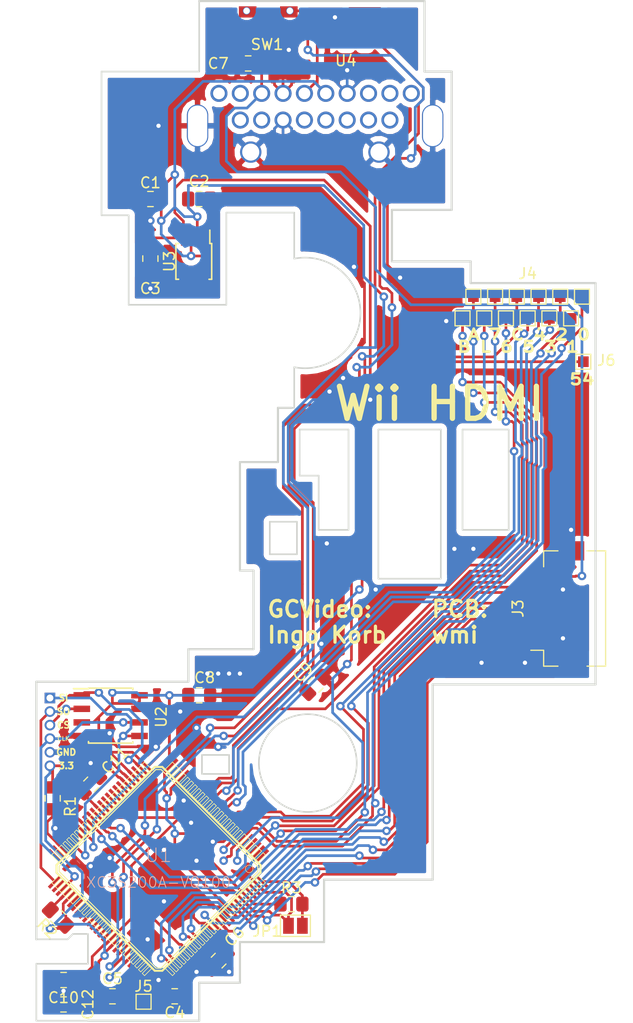
<source format=kicad_pcb>
(kicad_pcb (version 20171130) (host pcbnew "(5.0.1)-4")
  (layers (0 F.Cu signal) (31 B.Cu signal) (34 B.Paste user) (35 F.Paste user) (36 B.SilkS user) (37 F.SilkS user) (38 B.Mask user) (39 F.Mask user) (44 Edge.Cuts user))
  (net 0 "")
  (net 1 +3V3)
  (net 2 GND)
  (net 3 +1V2)
  (net 4 SI)
  (net 5 SO)
  (net 6 CS)
  (net 7 CLK)
  (net 8 "Net-(J2-Pad18)")
  (net 9 "Net-(J2-Pad16)")
  (net 10 "Net-(J2-Pad14)")
  (net 11 +5V)
  (net 12 Wii_Audio_Right)
  (net 13 "Net-(J2-Pad17)")
  (net 14 "Net-(J2-Pad15)")
  (net 15 Wii_Pb_Chroma_Green)
  (net 16 +12V)
  (net 17 Wii_Y_Luma_Red)
  (net 18 Wii_Composite_Video)
  (net 19 Wii_Audio_Left)
  (net 20 Wii_Pr_Blue)
  (net 21 TMDS_DATA2_+)
  (net 22 TMDS_DATA2_-)
  (net 23 TMDS_DATA1_+)
  (net 24 TMDS_DATA1_-)
  (net 25 TMDS_DATA0_+)
  (net 26 TMDS_DATA0_-)
  (net 27 TMDS_CLOCK_+)
  (net 28 TMDS_CLOCK_-)
  (net 29 VData2)
  (net 30 VData3)
  (net 31 VData1)
  (net 32 VData0)
  (net 33 54MHz)
  (net 34 CSel)
  (net 35 VData5)
  (net 36 VData4)
  (net 37 VData6)
  (net 38 VData7)
  (net 39 LRCK)
  (net 40 AData)
  (net 41 BCLK)
  (net 42 "Net-(JP1-Pad1)")
  (net 43 "Net-(R1-Pad2)")
  (net 44 "Net-(R2-Pad1)")
  (net 45 "Net-(U1-Pad98)")
  (net 46 "Net-(U1-Pad97)")
  (net 47 "Net-(U1-Pad90)")
  (net 48 "Net-(U1-Pad86)")
  (net 49 "Net-(U1-Pad85)")
  (net 50 "Net-(U1-Pad82)")
  (net 51 JTAG_TCK)
  (net 52 JTAG_TDO)
  (net 53 "Net-(U1-Pad72)")
  (net 54 "Net-(U1-Pad68)")
  (net 55 "Net-(U1-Pad65)")
  (net 56 "Net-(U1-Pad64)")
  (net 57 "Net-(U1-Pad62)")
  (net 58 "Net-(U1-Pad61)")
  (net 59 "Net-(U1-Pad60)")
  (net 60 "Net-(U1-Pad59)")
  (net 61 "Net-(U1-Pad57)")
  (net 62 "Net-(U1-Pad56)")
  (net 63 "Net-(U1-Pad52)")
  (net 64 "Net-(U1-Pad50)")
  (net 65 "Net-(U1-Pad49)")
  (net 66 "Net-(U1-Pad44)")
  (net 67 "Net-(U1-Pad37)")
  (net 68 "Net-(U1-Pad36)")
  (net 69 "Net-(U1-Pad35)")
  (net 70 "Net-(U1-Pad34)")
  (net 71 "Net-(U1-Pad33)")
  (net 72 "Net-(U1-Pad32)")
  (net 73 "Net-(U1-Pad28)")
  (net 74 "Net-(U1-Pad21)")
  (net 75 "Net-(U1-Pad20)")
  (net 76 "Net-(U1-Pad19)")
  (net 77 "Net-(U1-Pad4)")
  (net 78 "Net-(U1-Pad3)")
  (net 79 JTAG_TDI)
  (net 80 JTAG_TMS)
  (net 81 IR_Button)
  (net 82 IR_Receiver)
  (net 83 Gamepad)
  (module TestPoint:TestPoint_Pad_1.0x1.0mm (layer F.Cu) (at 64.389 166.624)
    (fp_text reference J5 (at 0 -1.448) (layer F.SilkS))
    (fp_text value Conn_01x01 hide)
    (pad 1 smd rect (at 0 0) (size 1 1) (layers F.Cu F.Mask) (net 83 Gamepad))
  )
  (module Capacitor_SMD:C_0805_2012Metric_Pad1.15x1.40mm_HandSolder (layer F.Cu) (at 56.905 164.592 180)
    (fp_text reference C10 (at 0 -1.65 180) (layer F.SilkS))
    (fp_text value C)
    (pad 2 smd roundrect (at 1.025 0 180) (size 1.15 1.4) (layers F.Cu F.Paste F.Mask) (roundrect_rratio 0.217391) (net 2 GND))
    (pad 1 smd roundrect (at -1.025 0 180) (size 1.15 1.4) (layers F.Cu F.Paste F.Mask) (roundrect_rratio 0.217391) (net 3 +1V2))
  )
  (module wiihdmi_wmi:PinHeader_1x06_P1.27mm_Vertical_no_silk (layer F.Cu) (at 55.626 138.176)
    (fp_text reference J1 hide)
    (fp_text value Conn_01x06)
    (pad 6 thru_hole oval (at 0 6.35) (size 1 1) (drill 0.65) (layers *.Cu *.Mask) (net 1 +3V3))
    (pad 5 thru_hole oval (at 0 5.08) (size 1 1) (drill 0.65) (layers *.Cu *.Mask) (net 2 GND))
    (pad 4 thru_hole oval (at 0 3.81) (size 1 1) (drill 0.65) (layers *.Cu *.Mask) (net 7 CLK))
    (pad 3 thru_hole oval (at 0 2.54) (size 1 1) (drill 0.65) (layers *.Cu *.Mask) (net 6 CS))
    (pad 2 thru_hole oval (at 0 1.27) (size 1 1) (drill 0.65) (layers *.Cu *.Mask) (net 5 SO))
    (pad 1 thru_hole rect (at 0 0) (size 1 1) (drill 0.65) (layers *.Cu *.Mask) (net 4 SI))
  )
  (module Capacitor_SMD:C_0805_2012Metric_Pad1.15x1.40mm_HandSolder (layer F.Cu) (at 56.896 166.878 180)
    (fp_text reference C12 (at -2.286 0 270) (layer F.SilkS))
    (fp_text value C)
    (pad 2 smd roundrect (at 1.025 0 180) (size 1.15 1.4) (layers F.Cu F.Paste F.Mask) (roundrect_rratio 0.217391) (net 2 GND))
    (pad 1 smd roundrect (at -1.025 0 180) (size 1.15 1.4) (layers F.Cu F.Paste F.Mask) (roundrect_rratio 0.217391) (net 3 +1V2))
  )
  (module Capacitor_SMD:C_0805_2012Metric_Pad1.15x1.40mm_HandSolder (layer F.Cu) (at 59.473216 146.266784 45)
    (fp_text reference C11 (at 3.180261 0 45) (layer F.SilkS))
    (fp_text value C)
    (pad 2 smd roundrect (at 1.024999 0 45) (size 1.15 1.4) (layers F.Cu F.Paste F.Mask) (roundrect_rratio 0.217391) (net 2 GND))
    (pad 1 smd roundrect (at -1.024999 0 45) (size 1.15 1.4) (layers F.Cu F.Paste F.Mask) (roundrect_rratio 0.217391) (net 3 +1V2))
  )
  (module Capacitor_SMD:C_0805_2012Metric_Pad1.15x1.40mm_HandSolder (layer F.Cu) (at 80.480784 136.943216 45)
    (fp_text reference C9 (at 0 -1.65 45) (layer F.SilkS))
    (fp_text value C)
    (pad 2 smd roundrect (at 1.024999 0 45) (size 1.15 1.4) (layers F.Cu F.Paste F.Mask) (roundrect_rratio 0.217391) (net 2 GND))
    (pad 1 smd roundrect (at -1.024999 0 45) (size 1.15 1.4) (layers F.Cu F.Paste F.Mask) (roundrect_rratio 0.217391) (net 3 +1V2))
  )
  (module Capacitor_SMD:C_0805_2012Metric_Pad1.15x1.40mm_HandSolder (layer F.Cu) (at 69.596 137.922)
    (fp_text reference C8 (at 0.508 -1.65) (layer F.SilkS))
    (fp_text value C)
    (pad 2 smd roundrect (at 1.025 0) (size 1.15 1.4) (layers F.Cu F.Paste F.Mask) (roundrect_rratio 0.217391) (net 2 GND))
    (pad 1 smd roundrect (at -1.025 0) (size 1.15 1.4) (layers F.Cu F.Paste F.Mask) (roundrect_rratio 0.217391) (net 1 +3V3))
  )
  (module Capacitor_SMD:C_0805_2012Metric_Pad1.15x1.40mm_HandSolder (layer F.Cu) (at 74.177 78.74 180)
    (fp_text reference C7 (at 2.803 0 180) (layer F.SilkS))
    (fp_text value C)
    (pad 2 smd roundrect (at 1.025 0 180) (size 1.15 1.4) (layers F.Cu F.Paste F.Mask) (roundrect_rratio 0.217391) (net 2 GND))
    (pad 1 smd roundrect (at -1.025 0 180) (size 1.15 1.4) (layers F.Cu F.Paste F.Mask) (roundrect_rratio 0.217391) (net 11 +5V))
  )
  (module Capacitor_SMD:C_0805_2012Metric_Pad1.15x1.40mm_HandSolder (layer F.Cu) (at 71.411216 162.776784 45)
    (fp_text reference C6 (at 2.641445 -0.538815 45) (layer F.SilkS))
    (fp_text value C)
    (pad 2 smd roundrect (at 1.024999 0 45) (size 1.15 1.4) (layers F.Cu F.Paste F.Mask) (roundrect_rratio 0.217391) (net 2 GND))
    (pad 1 smd roundrect (at -1.024999 0 45) (size 1.15 1.4) (layers F.Cu F.Paste F.Mask) (roundrect_rratio 0.217391) (net 3 +1V2))
  )
  (module Capacitor_SMD:C_0805_2012Metric_Pad1.15x1.40mm_HandSolder (layer F.Cu) (at 61.477 166.116)
    (fp_text reference C5 (at 0 -1.65) (layer F.SilkS))
    (fp_text value C)
    (pad 2 smd roundrect (at 1.025 0) (size 1.15 1.4) (layers F.Cu F.Paste F.Mask) (roundrect_rratio 0.217391) (net 2 GND))
    (pad 1 smd roundrect (at -1.025 0) (size 1.15 1.4) (layers F.Cu F.Paste F.Mask) (roundrect_rratio 0.217391) (net 1 +3V3))
  )
  (module Capacitor_SMD:C_0805_2012Metric_Pad1.15x1.40mm_HandSolder (layer F.Cu) (at 67.301 166.116 180)
    (fp_text reference C4 (at -0.009 -1.524 180) (layer F.SilkS))
    (fp_text value C)
    (pad 2 smd roundrect (at 1.025 0 180) (size 1.15 1.4) (layers F.Cu F.Paste F.Mask) (roundrect_rratio 0.217391) (net 2 GND))
    (pad 1 smd roundrect (at -1.025 0 180) (size 1.15 1.4) (layers F.Cu F.Paste F.Mask) (roundrect_rratio 0.217391) (net 1 +3V3))
  )
  (module wiihdmi_wmi:IRM-V5xx (layer F.Cu) (at 83.39 75.368)
    (fp_text reference U4 (at -0.078 3.118) (layer F.SilkS))
    (fp_text value TSOP321xx)
    (pad 3 smd rect (at 1.7 -1.2) (size 3 1.4) (layers F.Cu F.Paste F.Mask) (net 2 GND))
    (pad 1 smd rect (at 1.7 1.3) (size 0.7 1.2) (layers F.Cu F.Paste F.Mask) (net 82 IR_Receiver))
    (pad 2 smd rect (at -0.05 1.3) (size 0.7 1.2) (layers F.Cu F.Paste F.Mask) (net 1 +3V3))
    (pad 3 smd rect (at -1.8 1.3) (size 0.7 1.2) (layers F.Cu F.Paste F.Mask) (net 2 GND))
  )
  (module wiihdmi_wmi:EVQ9P701P (layer F.Cu) (at 76.028 74.614)
    (fp_text reference SW1 (at -0.082 2.348) (layer F.SilkS))
    (fp_text value SW_Push)
    (pad 1 smd rect (at -1.9 -0.7) (size 1.65 1.05) (layers F.Cu F.Paste F.Mask) (net 81 IR_Button))
    (pad 1 smd rect (at 1.95 -0.7) (size 1.65 1.05) (layers F.Cu F.Paste F.Mask) (net 81 IR_Button))
    (pad 2 smd rect (at -1.9 0.75) (size 1.65 1.05) (layers F.Cu F.Paste F.Mask) (net 2 GND))
    (pad 2 smd rect (at 1.95 0.75) (size 1.65 1.05) (layers F.Cu F.Paste F.Mask) (net 2 GND))
    (pad 1 thru_hole circle (at -2 -0.8) (size 0.7 0.7) (drill 0.6) (layers *.Cu *.Mask) (net 81 IR_Button))
    (pad 1 thru_hole circle (at 2.05 -0.8) (size 0.7 0.7) (drill 0.6) (layers *.Cu *.Mask) (net 81 IR_Button))
  )
  (module Package_SO:SOIC-8_3.9x4.9mm_P1.27mm (layer F.Cu) (at 61.308 139.827)
    (fp_text reference U2 (at 4.732 0.127 90) (layer F.SilkS))
    (fp_text value M25P40)
    (pad 8 smd rect (at 2.7 -1.905) (size 1.55 0.6) (layers F.Cu F.Paste F.Mask) (net 1 +3V3))
    (pad 7 smd rect (at 2.7 -0.635) (size 1.55 0.6) (layers F.Cu F.Paste F.Mask) (net 1 +3V3))
    (pad 6 smd rect (at 2.7 0.635) (size 1.55 0.6) (layers F.Cu F.Paste F.Mask) (net 7 CLK))
    (pad 5 smd rect (at 2.7 1.905) (size 1.55 0.6) (layers F.Cu F.Paste F.Mask) (net 4 SI))
    (pad 4 smd rect (at -2.7 1.905) (size 1.55 0.6) (layers F.Cu F.Paste F.Mask) (net 2 GND))
    (pad 3 smd rect (at -2.7 0.635) (size 1.55 0.6) (layers F.Cu F.Paste F.Mask) (net 1 +3V3))
    (pad 2 smd rect (at -2.7 -0.635) (size 1.55 0.6) (layers F.Cu F.Paste F.Mask) (net 5 SO))
    (pad 1 smd rect (at -2.7 -1.905) (size 1.55 0.6) (layers F.Cu F.Paste F.Mask) (net 6 CS))
  )
  (module Resistor_SMD:R_0805_2012Metric_Pad1.15x1.40mm_HandSolder (layer F.Cu) (at 78.223 157.48 180)
    (fp_text reference R3 (at 0 1.524 180) (layer F.SilkS))
    (fp_text value 4.7K)
    (pad 2 smd roundrect (at 1.025 0 180) (size 1.15 1.4) (layers F.Cu F.Paste F.Mask) (roundrect_rratio 0.217391) (net 1 +3V3))
    (pad 1 smd roundrect (at -1.025 0 180) (size 1.15 1.4) (layers F.Cu F.Paste F.Mask) (roundrect_rratio 0.217391) (net 42 "Net-(JP1-Pad1)"))
  )
  (module Resistor_SMD:R_0805_2012Metric_Pad1.15x1.40mm_HandSolder (layer F.Cu) (at 56.388 158.75 315)
    (fp_text reference R2 (at 0 1.436841 315) (layer F.SilkS))
    (fp_text value 330)
    (pad 2 smd roundrect (at 1.024999 0 315) (size 1.15 1.4) (layers F.Cu F.Paste F.Mask) (roundrect_rratio 0.217391) (net 1 +3V3))
    (pad 1 smd roundrect (at -1.024999 0 315) (size 1.15 1.4) (layers F.Cu F.Paste F.Mask) (roundrect_rratio 0.217391) (net 44 "Net-(R2-Pad1)"))
  )
  (module Jumper:SolderJumper-2_P1.3mm_Open_Pad1.0x1.5mm (layer F.Cu) (at 78.598 159.512 180)
    (fp_text reference JP1 (at 2.652 -0.508 180) (layer F.SilkS))
    (fp_text value SolderJumper_2_Open)
    (pad 1 smd rect (at -0.65 0 180) (size 1 1.5) (layers F.Cu F.Mask) (net 42 "Net-(JP1-Pad1)"))
    (pad 2 smd rect (at 0.65 0 180) (size 1 1.5) (layers F.Cu F.Mask) (net 2 GND))
  )
  (module Connector_FFC-FPC:Hirose_FH12-15S-0.5SH_1x15-1MP_P0.50mm_Horizontal (layer F.Cu) (at 103.124 129.794 90)
    (fp_text reference J3 (at 0 -3.7 90) (layer F.SilkS))
    (fp_text value HDMI_FFC)
    (pad 15 smd rect (at 3.5 -1.85 90) (size 0.3 1.3) (layers F.Cu F.Paste F.Mask) (net 2 GND))
    (pad 14 smd rect (at 3 -1.85 90) (size 0.3 1.3) (layers F.Cu F.Paste F.Mask) (net 11 +5V))
    (pad 13 smd rect (at 2.5 -1.85 90) (size 0.3 1.3) (layers F.Cu F.Paste F.Mask) (net 2 GND))
    (pad 12 smd rect (at 2 -1.85 90) (size 0.3 1.3) (layers F.Cu F.Paste F.Mask) (net 28 TMDS_CLOCK_-))
    (pad 11 smd rect (at 1.5 -1.85 90) (size 0.3 1.3) (layers F.Cu F.Paste F.Mask) (net 27 TMDS_CLOCK_+))
    (pad 10 smd rect (at 1 -1.85 90) (size 0.3 1.3) (layers F.Cu F.Paste F.Mask) (net 2 GND))
    (pad 9 smd rect (at 0.5 -1.85 90) (size 0.3 1.3) (layers F.Cu F.Paste F.Mask) (net 26 TMDS_DATA0_-))
    (pad 8 smd rect (at 0 -1.85 90) (size 0.3 1.3) (layers F.Cu F.Paste F.Mask) (net 25 TMDS_DATA0_+))
    (pad 7 smd rect (at -0.5 -1.85 90) (size 0.3 1.3) (layers F.Cu F.Paste F.Mask) (net 2 GND))
    (pad 6 smd rect (at -1 -1.85 90) (size 0.3 1.3) (layers F.Cu F.Paste F.Mask) (net 24 TMDS_DATA1_-))
    (pad 5 smd rect (at -1.5 -1.85 90) (size 0.3 1.3) (layers F.Cu F.Paste F.Mask) (net 23 TMDS_DATA1_+))
    (pad 4 smd rect (at -2 -1.85 90) (size 0.3 1.3) (layers F.Cu F.Paste F.Mask) (net 2 GND))
    (pad 3 smd rect (at -2.5 -1.85 90) (size 0.3 1.3) (layers F.Cu F.Paste F.Mask) (net 22 TMDS_DATA2_-))
    (pad 2 smd rect (at -3 -1.85 90) (size 0.3 1.3) (layers F.Cu F.Paste F.Mask) (net 21 TMDS_DATA2_+))
    (pad 1 smd rect (at -3.5 -1.85 90) (size 0.3 1.3) (layers F.Cu F.Paste F.Mask) (net 2 GND))
    (pad MP smd rect (at -5.4 1.4 90) (size 1.8 2.2) (layers F.Cu F.Paste F.Mask) (net 2 GND))
    (pad MP smd rect (at 5.4 1.4 90) (size 1.8 2.2) (layers F.Cu F.Paste F.Mask) (net 2 GND))
  )
  (module "wiihdmi_wmi:Wii AV Port" (layer F.Cu) (at 80.416 82.782)
    (fp_text reference J2 hide)
    (fp_text value "Wii Video Port")
    (pad 19 thru_hole circle (at 6 4.262) (size 2 2) (drill 1.6) (layers *.Cu *.Mask) (net 2 GND))
    (pad 19 thru_hole circle (at -6 4.262) (size 2 2) (drill 1.6) (layers *.Cu *.Mask) (net 2 GND))
    (pad 19 thru_hole oval (at 11.024 1.8) (size 2 4) (drill oval 1.8 3.8) (layers *.Cu *.Mask) (net 2 GND))
    (pad 19 thru_hole oval (at -10.976 1.8) (size 2 4) (drill oval 1.8 3.8) (layers *.Cu *.Mask) (net 2 GND))
    (pad 11 thru_hole circle (at 3.024 1.262) (size 1.6 1.6) (drill 1.1) (layers *.Cu *.Mask) (net 20 Wii_Pr_Blue))
    (pad 1 thru_hole circle (at -6.976 1.262) (size 1.6 1.6) (drill 1.1) (layers *.Cu *.Mask) (net 19 Wii_Audio_Left))
    (pad 3 thru_hole circle (at -4.976 1.262) (size 1.6 1.6) (drill 1.1) (layers *.Cu *.Mask) (net 18 Wii_Composite_Video))
    (pad 7 thru_hole circle (at -0.976 1.262) (size 1.6 1.6) (drill 1.1) (layers *.Cu *.Mask) (net 17 Wii_Y_Luma_Red))
    (pad 13 thru_hole circle (at 5.024 1.262) (size 1.6 1.6) (drill 1.1) (layers *.Cu *.Mask) (net 16 +12V))
    (pad 5 thru_hole circle (at -2.976 1.262) (size 1.6 1.6) (drill 1.1) (layers *.Cu *.Mask) (net 2 GND))
    (pad 9 thru_hole circle (at 1.024 1.262) (size 1.6 1.6) (drill 1.1) (layers *.Cu *.Mask) (net 15 Wii_Pb_Chroma_Green))
    (pad 15 thru_hole circle (at 7.024 1.262) (size 1.6 1.6) (drill 1.1) (layers *.Cu *.Mask) (net 14 "Net-(J2-Pad15)"))
    (pad 17 thru_hole circle (at -8.976 -1.238) (size 1.6 1.6) (drill 1.1) (layers *.Cu *.Mask) (net 13 "Net-(J2-Pad17)"))
    (pad 2 thru_hole circle (at -6.976 -1.238) (size 1.6 1.6) (drill 1.1) (layers *.Cu *.Mask) (net 12 Wii_Audio_Right))
    (pad 4 thru_hole circle (at -4.976 -1.238) (size 1.6 1.6) (drill 1.1) (layers *.Cu *.Mask) (net 11 +5V))
    (pad 6 thru_hole circle (at -2.976 -1.238) (size 1.6 1.6) (drill 1.1) (layers *.Cu *.Mask) (net 2 GND))
    (pad 8 thru_hole circle (at -0.976 -1.238) (size 1.6 1.6) (drill 1.1) (layers *.Cu *.Mask) (net 1 +3V3))
    (pad 10 thru_hole circle (at 1.024 -1.238) (size 1.6 1.6) (drill 1.1) (layers *.Cu *.Mask) (net 1 +3V3))
    (pad 12 thru_hole circle (at 3.024 -1.238) (size 1.6 1.6) (drill 1.1) (layers *.Cu *.Mask) (net 2 GND))
    (pad 14 thru_hole circle (at 5.024 -1.238) (size 1.6 1.6) (drill 1.1) (layers *.Cu *.Mask) (net 10 "Net-(J2-Pad14)"))
    (pad 16 thru_hole circle (at 7.024 -1.238) (size 1.6 1.6) (drill 1.1) (layers *.Cu *.Mask) (net 9 "Net-(J2-Pad16)"))
    (pad 18 thru_hole circle (at 9.024 -1.238) (size 1.6 1.6) (drill 1.1) (layers *.Cu *.Mask) (net 8 "Net-(J2-Pad18)"))
  )
  (module Capacitor_SMD:C_0805_2012Metric_Pad1.15x1.40mm_HandSolder (layer F.Cu) (at 65.024 97.019 270)
    (fp_text reference C3 (at 2.803 0) (layer F.SilkS))
    (fp_text value 10uF)
    (pad 2 smd roundrect (at 1.025 0 270) (size 1.15 1.4) (layers F.Cu F.Paste F.Mask) (roundrect_rratio 0.217391) (net 2 GND))
    (pad 1 smd roundrect (at -1.025 0 270) (size 1.15 1.4) (layers F.Cu F.Paste F.Mask) (roundrect_rratio 0.217391) (net 3 +1V2))
  )
  (module Capacitor_SMD:C_0805_2012Metric_Pad1.15x1.40mm_HandSolder (layer F.Cu) (at 69.587 91.44)
    (fp_text reference C2 (at 0 -1.65) (layer F.SilkS))
    (fp_text value 1uF)
    (pad 2 smd roundrect (at 1.025 0) (size 1.15 1.4) (layers F.Cu F.Paste F.Mask) (roundrect_rratio 0.217391) (net 2 GND))
    (pad 1 smd roundrect (at -1.025 0) (size 1.15 1.4) (layers F.Cu F.Paste F.Mask) (roundrect_rratio 0.217391) (net 1 +3V3))
  )
  (module Capacitor_SMD:C_0805_2012Metric_Pad1.15x1.40mm_HandSolder (layer F.Cu) (at 65.033 91.44 180)
    (fp_text reference C1 (at 0.009 1.524 180) (layer F.SilkS))
    (fp_text value 1uF)
    (pad 2 smd roundrect (at 1.025 0 180) (size 1.15 1.4) (layers F.Cu F.Paste F.Mask) (roundrect_rratio 0.217391) (net 2 GND))
    (pad 1 smd roundrect (at -1.025 0 180) (size 1.15 1.4) (layers F.Cu F.Paste F.Mask) (roundrect_rratio 0.217391) (net 1 +3V3))
  )
  (module wiihdmi_wmi:xilinx_spartan3_virtex4_and_5-VQ100 (layer F.Cu) (at 65.786 154.178 225)
    (fp_text reference U1 (at -0.898026 0.898026) (layer B.SilkS) (effects (font (size 1.27 1.27) (thickness 0.0889))))
    (fp_text value XC3S200A-VQ100 (at 0.898026 -0.898026) (layer B.SilkS) (effects (font (thickness 0.0889))))
    (pad 1 smd rect (at -7.69874 -5.99948 225) (size 1.59766 0.29972) (layers F.Cu F.Paste F.Mask) (net 80 JTAG_TMS))
    (pad 2 smd rect (at -7.69874 -5.4991 225) (size 1.59766 0.29972) (layers F.Cu F.Paste F.Mask) (net 79 JTAG_TDI))
    (pad 3 smd rect (at -7.69874 -4.99872 225) (size 1.59766 0.29972) (layers F.Cu F.Paste F.Mask) (net 78 "Net-(U1-Pad3)"))
    (pad 4 smd rect (at -7.69874 -4.49834 225) (size 1.59766 0.29972) (layers F.Cu F.Paste F.Mask) (net 77 "Net-(U1-Pad4)"))
    (pad 5 smd rect (at -7.69874 -3.99796 225) (size 1.59766 0.29972) (layers F.Cu F.Paste F.Mask) (net 34 CSel))
    (pad 6 smd rect (at -7.69874 -3.49758 225) (size 1.59766 0.29972) (layers F.Cu F.Paste F.Mask) (net 32 VData0))
    (pad 7 smd rect (at -7.69874 -2.99974 225) (size 1.59766 0.29972) (layers F.Cu F.Paste F.Mask) (net 31 VData1))
    (pad 8 smd rect (at -7.69874 -2.49936 225) (size 1.59766 0.29972) (layers F.Cu F.Paste F.Mask) (net 2 GND))
    (pad 9 smd rect (at -7.69874 -1.99898 225) (size 1.59766 0.29972) (layers F.Cu F.Paste F.Mask) (net 29 VData2))
    (pad 10 smd rect (at -7.69874 -1.4986 225) (size 1.59766 0.29972) (layers F.Cu F.Paste F.Mask) (net 30 VData3))
    (pad 11 smd rect (at -7.69874 -0.99822 225) (size 1.59766 0.29972) (layers F.Cu F.Paste F.Mask) (net 1 +3V3))
    (pad 12 smd rect (at -7.69874 -0.49784 225) (size 1.59766 0.29972) (layers F.Cu F.Paste F.Mask) (net 36 VData4))
    (pad 13 smd rect (at -7.69874 0 225) (size 1.59766 0.29972) (layers F.Cu F.Paste F.Mask) (net 35 VData5))
    (pad 14 smd rect (at -7.69874 0.49784 225) (size 1.59766 0.29972) (layers F.Cu F.Paste F.Mask) (net 2 GND))
    (pad 15 smd rect (at -7.69874 0.99822 225) (size 1.59766 0.29972) (layers F.Cu F.Paste F.Mask) (net 37 VData6))
    (pad 16 smd rect (at -7.69874 1.4986 225) (size 1.59766 0.29972) (layers F.Cu F.Paste F.Mask) (net 38 VData7))
    (pad 17 smd rect (at -7.69874 1.99898 225) (size 1.59766 0.29972) (layers F.Cu F.Paste F.Mask) (net 3 +1V2))
    (pad 18 smd rect (at -7.69874 2.49936 225) (size 1.59766 0.29972) (layers F.Cu F.Paste F.Mask) (net 2 GND))
    (pad 19 smd rect (at -7.69874 2.99974 225) (size 1.59766 0.29972) (layers F.Cu F.Paste F.Mask) (net 76 "Net-(U1-Pad19)"))
    (pad 20 smd rect (at -7.69874 3.49758 225) (size 1.59766 0.29972) (layers F.Cu F.Paste F.Mask) (net 75 "Net-(U1-Pad20)"))
    (pad 21 smd rect (at -7.69874 3.99796 225) (size 1.59766 0.29972) (layers F.Cu F.Paste F.Mask) (net 74 "Net-(U1-Pad21)"))
    (pad 22 smd rect (at -7.69874 4.49834 225) (size 1.59766 0.29972) (layers F.Cu F.Paste F.Mask) (net 1 +3V3))
    (pad 23 smd rect (at -7.69874 4.99872 225) (size 1.59766 0.29972) (layers F.Cu F.Paste F.Mask) (net 2 GND))
    (pad 24 smd rect (at -7.69874 5.4991 225) (size 1.59766 0.29972) (layers F.Cu F.Paste F.Mask) (net 2 GND))
    (pad 25 smd rect (at -7.69874 5.99948 225) (size 1.59766 0.29972) (layers F.Cu F.Paste F.Mask) (net 1 +3V3))
    (pad 26 smd rect (at -5.99948 7.69874 315) (size 1.59766 0.29972) (layers F.Cu F.Paste F.Mask) (net 1 +3V3))
    (pad 27 smd rect (at -5.4991 7.69874 315) (size 1.59766 0.29972) (layers F.Cu F.Paste F.Mask) (net 6 CS))
    (pad 28 smd rect (at -4.99872 7.69874 315) (size 1.59766 0.29972) (layers F.Cu F.Paste F.Mask) (net 73 "Net-(U1-Pad28)"))
    (pad 29 smd rect (at -4.49834 7.69874 315) (size 1.59766 0.29972) (layers F.Cu F.Paste F.Mask) (net 1 +3V3))
    (pad 30 smd rect (at -3.99796 7.69874 315) (size 1.59766 0.29972) (layers F.Cu F.Paste F.Mask) (net 1 +3V3))
    (pad 31 smd rect (at -3.49758 7.69874 315) (size 1.59766 0.29972) (layers F.Cu F.Paste F.Mask) (net 1 +3V3))
    (pad 32 smd rect (at -2.99974 7.69874 315) (size 1.59766 0.29972) (layers F.Cu F.Paste F.Mask) (net 72 "Net-(U1-Pad32)"))
    (pad 33 smd rect (at -2.49936 7.69874 315) (size 1.59766 0.29972) (layers F.Cu F.Paste F.Mask) (net 71 "Net-(U1-Pad33)"))
    (pad 34 smd rect (at -1.99898 7.69874 315) (size 1.59766 0.29972) (layers F.Cu F.Paste F.Mask) (net 70 "Net-(U1-Pad34)"))
    (pad 35 smd rect (at -1.4986 7.69874 315) (size 1.59766 0.29972) (layers F.Cu F.Paste F.Mask) (net 69 "Net-(U1-Pad35)"))
    (pad 36 smd rect (at -0.99822 7.69874 315) (size 1.59766 0.29972) (layers F.Cu F.Paste F.Mask) (net 68 "Net-(U1-Pad36)"))
    (pad 37 smd rect (at -0.49784 7.69874 315) (size 1.59766 0.29972) (layers F.Cu F.Paste F.Mask) (net 67 "Net-(U1-Pad37)"))
    (pad 38 smd rect (at 0 7.69874 315) (size 1.59766 0.29972) (layers F.Cu F.Paste F.Mask) (net 3 +1V2))
    (pad 39 smd rect (at 0.49784 7.69874 315) (size 1.59766 0.29972) (layers F.Cu F.Paste F.Mask) (net 39 LRCK))
    (pad 40 smd rect (at 0.99822 7.69874 315) (size 1.59766 0.29972) (layers F.Cu F.Paste F.Mask) (net 40 AData))
    (pad 41 smd rect (at 1.4986 7.69874 315) (size 1.59766 0.29972) (layers F.Cu F.Paste F.Mask) (net 41 BCLK))
    (pad 42 smd rect (at 1.99898 7.69874 315) (size 1.59766 0.29972) (layers F.Cu F.Paste F.Mask) (net 2 GND))
    (pad 43 smd rect (at 2.49936 7.69874 315) (size 1.59766 0.29972) (layers F.Cu F.Paste F.Mask) (net 33 54MHz))
    (pad 44 smd rect (at 2.99974 7.69874 315) (size 1.59766 0.29972) (layers F.Cu F.Paste F.Mask) (net 66 "Net-(U1-Pad44)"))
    (pad 45 smd rect (at 3.49758 7.69874 315) (size 1.59766 0.29972) (layers F.Cu F.Paste F.Mask) (net 1 +3V3))
    (pad 46 smd rect (at 3.99796 7.69874 315) (size 1.59766 0.29972) (layers F.Cu F.Paste F.Mask) (net 4 SI))
    (pad 47 smd rect (at 4.49834 7.69874 315) (size 1.59766 0.29972) (layers F.Cu F.Paste F.Mask) (net 2 GND))
    (pad 48 smd rect (at 4.99872 7.69874 315) (size 1.59766 0.29972) (layers F.Cu F.Paste F.Mask) (net 43 "Net-(R1-Pad2)"))
    (pad 49 smd rect (at 5.4991 7.69874 315) (size 1.59766 0.29972) (layers F.Cu F.Paste F.Mask) (net 65 "Net-(U1-Pad49)"))
    (pad 50 smd rect (at 5.99948 7.69874 315) (size 1.59766 0.29972) (layers F.Cu F.Paste F.Mask) (net 64 "Net-(U1-Pad50)"))
    (pad 51 smd rect (at 7.69874 5.99948 225) (size 1.59766 0.29972) (layers F.Cu F.Paste F.Mask) (net 5 SO))
    (pad 52 smd rect (at 7.69874 5.4991 225) (size 1.59766 0.29972) (layers F.Cu F.Paste F.Mask) (net 63 "Net-(U1-Pad52)"))
    (pad 53 smd rect (at 7.69874 4.99872 225) (size 1.59766 0.29972) (layers F.Cu F.Paste F.Mask) (net 7 CLK))
    (pad 54 smd rect (at 7.69874 4.49834 225) (size 1.59766 0.29972) (layers F.Cu F.Paste F.Mask) (net 44 "Net-(R2-Pad1)"))
    (pad 55 smd rect (at 7.69874 3.99796 225) (size 1.59766 0.29972) (layers F.Cu F.Paste F.Mask) (net 1 +3V3))
    (pad 56 smd rect (at 7.69874 3.49758 225) (size 1.59766 0.29972) (layers F.Cu F.Paste F.Mask) (net 62 "Net-(U1-Pad56)"))
    (pad 57 smd rect (at 7.69874 2.99974 225) (size 1.59766 0.29972) (layers F.Cu F.Paste F.Mask) (net 61 "Net-(U1-Pad57)"))
    (pad 58 smd rect (at 7.69874 2.49936 225) (size 1.59766 0.29972) (layers F.Cu F.Paste F.Mask) (net 2 GND))
    (pad 59 smd rect (at 7.69874 1.99898 225) (size 1.59766 0.29972) (layers F.Cu F.Paste F.Mask) (net 60 "Net-(U1-Pad59)"))
    (pad 60 smd rect (at 7.69874 1.4986 225) (size 1.59766 0.29972) (layers F.Cu F.Paste F.Mask) (net 59 "Net-(U1-Pad60)"))
    (pad 61 smd rect (at 7.69874 0.99822 225) (size 1.59766 0.29972) (layers F.Cu F.Paste F.Mask) (net 58 "Net-(U1-Pad61)"))
    (pad 62 smd rect (at 7.69874 0.49784 225) (size 1.59766 0.29972) (layers F.Cu F.Paste F.Mask) (net 57 "Net-(U1-Pad62)"))
    (pad 63 smd rect (at 7.69874 0 225) (size 1.59766 0.29972) (layers F.Cu F.Paste F.Mask) (net 2 GND))
    (pad 64 smd rect (at 7.69874 -0.49784 225) (size 1.59766 0.29972) (layers F.Cu F.Paste F.Mask) (net 56 "Net-(U1-Pad64)"))
    (pad 65 smd rect (at 7.69874 -0.99822 225) (size 1.59766 0.29972) (layers F.Cu F.Paste F.Mask) (net 55 "Net-(U1-Pad65)"))
    (pad 66 smd rect (at 7.69874 -1.4986 225) (size 1.59766 0.29972) (layers F.Cu F.Paste F.Mask) (net 3 +1V2))
    (pad 67 smd rect (at 7.69874 -1.99898 225) (size 1.59766 0.29972) (layers F.Cu F.Paste F.Mask) (net 1 +3V3))
    (pad 68 smd rect (at 7.69874 -2.49936 225) (size 1.59766 0.29972) (layers F.Cu F.Paste F.Mask) (net 54 "Net-(U1-Pad68)"))
    (pad 69 smd rect (at 7.69874 -2.99974 225) (size 1.59766 0.29972) (layers F.Cu F.Paste F.Mask) (net 2 GND))
    (pad 70 smd rect (at 7.69874 -3.49758 225) (size 1.59766 0.29972) (layers F.Cu F.Paste F.Mask) (net 81 IR_Button))
    (pad 71 smd rect (at 7.69874 -3.99796 225) (size 1.59766 0.29972) (layers F.Cu F.Paste F.Mask) (net 82 IR_Receiver))
    (pad 72 smd rect (at 7.69874 -4.49834 225) (size 1.59766 0.29972) (layers F.Cu F.Paste F.Mask) (net 53 "Net-(U1-Pad72)"))
    (pad 73 smd rect (at 7.69874 -4.99872 225) (size 1.59766 0.29972) (layers F.Cu F.Paste F.Mask) (net 83 Gamepad))
    (pad 74 smd rect (at 7.69874 -5.4991 225) (size 1.59766 0.29972) (layers F.Cu F.Paste F.Mask) (net 2 GND))
    (pad 75 smd rect (at 7.69874 -5.99948 225) (size 1.59766 0.29972) (layers F.Cu F.Paste F.Mask) (net 52 JTAG_TDO))
    (pad 76 smd rect (at 5.99948 -7.69874 315) (size 1.59766 0.29972) (layers F.Cu F.Paste F.Mask) (net 51 JTAG_TCK))
    (pad 77 smd rect (at 5.4991 -7.69874 315) (size 1.59766 0.29972) (layers F.Cu F.Paste F.Mask) (net 28 TMDS_CLOCK_-))
    (pad 78 smd rect (at 4.99872 -7.69874 315) (size 1.59766 0.29972) (layers F.Cu F.Paste F.Mask) (net 27 TMDS_CLOCK_+))
    (pad 79 smd rect (at 4.49834 -7.69874 315) (size 1.59766 0.29972) (layers F.Cu F.Paste F.Mask) (net 1 +3V3))
    (pad 80 smd rect (at 3.99796 -7.69874 315) (size 1.59766 0.29972) (layers F.Cu F.Paste F.Mask) (net 2 GND))
    (pad 81 smd rect (at 3.49758 -7.69874 315) (size 1.59766 0.29972) (layers F.Cu F.Paste F.Mask) (net 3 +1V2))
    (pad 82 smd rect (at 2.99974 -7.69874 315) (size 1.59766 0.29972) (layers F.Cu F.Paste F.Mask) (net 50 "Net-(U1-Pad82)"))
    (pad 83 smd rect (at 2.49936 -7.69874 315) (size 1.59766 0.29972) (layers F.Cu F.Paste F.Mask) (net 26 TMDS_DATA0_-))
    (pad 84 smd rect (at 1.99898 -7.69874 315) (size 1.59766 0.29972) (layers F.Cu F.Paste F.Mask) (net 25 TMDS_DATA0_+))
    (pad 85 smd rect (at 1.4986 -7.69874 315) (size 1.59766 0.29972) (layers F.Cu F.Paste F.Mask) (net 49 "Net-(U1-Pad85)"))
    (pad 86 smd rect (at 0.99822 -7.69874 315) (size 1.59766 0.29972) (layers F.Cu F.Paste F.Mask) (net 48 "Net-(U1-Pad86)"))
    (pad 87 smd rect (at 0.49784 -7.69874 315) (size 1.59766 0.29972) (layers F.Cu F.Paste F.Mask) (net 2 GND))
    (pad 88 smd rect (at 0 -7.69874 315) (size 1.59766 0.29972) (layers F.Cu F.Paste F.Mask) (net 24 TMDS_DATA1_-))
    (pad 89 smd rect (at -0.49784 -7.69874 315) (size 1.59766 0.29972) (layers F.Cu F.Paste F.Mask) (net 23 TMDS_DATA1_+))
    (pad 90 smd rect (at -0.99822 -7.69874 315) (size 1.59766 0.29972) (layers F.Cu F.Paste F.Mask) (net 47 "Net-(U1-Pad90)"))
    (pad 91 smd rect (at -1.4986 -7.69874 315) (size 1.59766 0.29972) (layers F.Cu F.Paste F.Mask) (net 2 GND))
    (pad 92 smd rect (at -1.99898 -7.69874 315) (size 1.59766 0.29972) (layers F.Cu F.Paste F.Mask) (net 1 +3V3))
    (pad 93 smd rect (at -2.49936 -7.69874 315) (size 1.59766 0.29972) (layers F.Cu F.Paste F.Mask) (net 22 TMDS_DATA2_-))
    (pad 94 smd rect (at -2.99974 -7.69874 315) (size 1.59766 0.29972) (layers F.Cu F.Paste F.Mask) (net 21 TMDS_DATA2_+))
    (pad 95 smd rect (at -3.49758 -7.69874 315) (size 1.59766 0.29972) (layers F.Cu F.Paste F.Mask) (net 2 GND))
    (pad 96 smd rect (at -3.99796 -7.69874 315) (size 1.59766 0.29972) (layers F.Cu F.Paste F.Mask) (net 1 +3V3))
    (pad 97 smd rect (at -4.49834 -7.69874 315) (size 1.59766 0.29972) (layers F.Cu F.Paste F.Mask) (net 46 "Net-(U1-Pad97)"))
    (pad 98 smd rect (at -4.99872 -7.69874 315) (size 1.59766 0.29972) (layers F.Cu F.Paste F.Mask) (net 45 "Net-(U1-Pad98)"))
    (pad 99 smd rect (at -5.4991 -7.69874 315) (size 1.59766 0.29972) (layers F.Cu F.Paste F.Mask) (net 2 GND))
    (pad 100 smd rect (at -5.99948 -7.69874 315) (size 1.59766 0.29972) (layers F.Cu F.Paste F.Mask) (net 42 "Net-(JP1-Pad1)"))
  )
  (module Package_SO:MSOP-8_3x3mm_P0.65mm (layer F.Cu) (at 69.088 97.282 270)
    (fp_text reference U3 (at 0 2.286 270) (layer F.SilkS))
    (fp_text value TPS740)
    (pad 8 smd rect (at 2.2 -0.975 270) (size 1.45 0.45) (layers F.Cu F.Paste F.Mask) (net 2 GND))
    (pad 7 smd rect (at 2.2 -0.325 270) (size 1.45 0.45) (layers F.Cu F.Paste F.Mask) (net 2 GND))
    (pad 6 smd rect (at 2.2 0.325 270) (size 1.45 0.45) (layers F.Cu F.Paste F.Mask) (net 2 GND))
    (pad 5 smd rect (at 2.2 0.975 270) (size 1.45 0.45) (layers F.Cu F.Paste F.Mask) (net 2 GND))
    (pad 4 smd rect (at -2.2 0.975 270) (size 1.45 0.45) (layers F.Cu F.Paste F.Mask) (net 3 +1V2))
    (pad 3 smd rect (at -2.2 0.325 270) (size 1.45 0.45) (layers F.Cu F.Paste F.Mask) (net 1 +3V3))
    (pad 2 smd rect (at -2.2 -0.325 270) (size 1.45 0.45) (layers F.Cu F.Paste F.Mask) (net 1 +3V3))
    (pad 1 smd rect (at -2.2 -0.975 270) (size 1.45 0.45) (layers F.Cu F.Paste F.Mask) (net 1 +3V3))
  )
  (module Resistor_SMD:R_0805_2012Metric_Pad1.15x1.40mm_HandSolder (layer F.Cu) (at 55.88 147.574 270)
    (fp_text reference R1 (at 0.762 -1.65 270) (layer F.SilkS))
    (fp_text value 4.7K)
    (pad 2 smd roundrect (at 1.025 0 270) (size 1.15 1.4) (layers F.Cu F.Paste F.Mask) (roundrect_rratio 0.217391) (net 43 "Net-(R1-Pad2)"))
    (pad 1 smd roundrect (at -1.025 0 270) (size 1.15 1.4) (layers F.Cu F.Paste F.Mask) (roundrect_rratio 0.217391) (net 1 +3V3))
  )
  (module wiihdmi_wmi:TestPoint_Pad_12_DoubleHor_1.0x1.0mm (layer F.Cu) (at 99.341 101.692)
    (fp_text reference J4 (at 0.989 -3.267) (layer F.SilkS))
    (fp_text value Pads)
    (pad 11 smd rect (at -4.091 -1.108 90) (size 1 1) (layers F.Cu F.Mask) (net 40 AData))
    (pad 9 smd rect (at -2.059 -1.108 90) (size 1 1) (layers F.Cu F.Mask) (net 38 VData7))
    (pad 7 smd rect (at -0.027 -1.108 90) (size 1 1) (layers F.Cu F.Mask) (net 34 CSel))
    (pad 5 smd rect (at 2.005 -1.108 90) (size 1 1) (layers F.Cu F.Mask) (net 36 VData4))
    (pad 3 smd rect (at 4.037 -1.108 90) (size 1 1) (layers F.Cu F.Mask) (net 29 VData2))
    (pad 1 smd rect (at 6.069 -1.108 90) (size 1 1) (layers F.Cu F.Mask) (net 32 VData0))
    (pad 12 smd rect (at -5.107 0.924 90) (size 1 1) (layers F.Cu F.Mask) (net 41 BCLK))
    (pad 10 smd rect (at -3.075 0.924 90) (size 1 1) (layers F.Cu F.Mask) (net 39 LRCK))
    (pad 8 smd rect (at -1.043 0.924 90) (size 1 1) (layers F.Cu F.Mask) (net 37 VData6))
    (pad 6 smd rect (at 0.989 0.924 90) (size 1 1) (layers F.Cu F.Mask) (net 35 VData5))
    (pad 4 smd rect (at 3.021 0.924 90) (size 1 1) (layers F.Cu F.Mask) (net 30 VData3))
    (pad 2 smd rect (at 5.053 0.924 90) (size 1 1) (layers F.Cu F.Mask) (net 31 VData1))
  )
  (module TestPoint:TestPoint_Pad_1.0x1.0mm (layer F.Cu) (at 105.537 106.68)
    (fp_text reference J6 (at 2.159 -0.127) (layer F.SilkS))
    (fp_text value Conn_01x01)
    (pad 1 smd rect (at 0 0) (size 1 1) (layers F.Cu F.Mask) (net 33 54MHz))
  )
  (gr_text "PCB:\nwmi" (at 91.186 131.064) (layer F.SilkS) (effects (font (size 1.5 1.5) (thickness 0.3)) (justify left)))
  (gr_text 54 (at 105.41 108.331) (layer F.SilkS) (effects (font (size 1 1.2) (thickness 0.25))))
  (gr_text "B L 6 5 3 1" (at 99.441 105.283) (layer F.SilkS) (effects (font (size 1 1.2) (thickness 0.25))))
  (gr_text "A 7 C 4 2 0" (at 100.457 104.14) (layer F.SilkS) (effects (font (size 1 1.2) (thickness 0.25))))
  (gr_line (start 59.182 160.274) (end 59.182 160.909) (layer Edge.Cuts) (width 0.15))
  (gr_line (start 58.801 160.274) (end 59.182 160.274) (layer Edge.Cuts) (width 0.15))
  (gr_line (start 57.785 160.274) (end 58.801 160.274) (layer Edge.Cuts) (width 0.15))
  (gr_line (start 57.277 160.782) (end 57.785 160.274) (layer Edge.Cuts) (width 0.15))
  (gr_line (start 54.356 160.782) (end 57.277 160.782) (layer Edge.Cuts) (width 0.15))
  (gr_text "Wii HDMI" (at 92.075 110.617) (layer F.SilkS) (effects (font (size 3 3) (thickness 0.5))))
  (gr_text "GCVideo:\nIngo Korb" (at 75.819 131.064) (layer F.SilkS) (effects (font (size 1.5 1.5) (thickness 0.3)) (justify left)))
  (gr_text 3.3 (at 57.15 144.526) (layer F.SilkS) (effects (font (size 0.6 0.6))))
  (gr_text GND (at 57.15 143.256) (layer F.SilkS) (effects (font (size 0.6 0.6))))
  (gr_text CLK (at 56.896 141.986) (layer F.SilkS) (effects (font (size 0.4 0.4) (thickness 0.075))))
  (gr_text CS (at 56.896 140.716) (layer F.SilkS) (effects (font (size 0.6 0.6))))
  (gr_text "SO\n" (at 56.896 139.446) (layer F.SilkS) (effects (font (size 0.6 0.6))))
  (gr_text "SI\n" (at 56.896 138.176) (layer F.SilkS) (effects (font (size 0.6 0.6))))
  (gr_line (start 59.182 160.782) (end 59.182 163.068) (layer Edge.Cuts) (width 0.15))
  (gr_line (start 54.356 168.402) (end 59.182 168.402) (layer Edge.Cuts) (width 0.15))
  (gr_line (start 54.356 163.068) (end 54.356 168.402) (layer Edge.Cuts) (width 0.15))
  (gr_line (start 59.182 163.068) (end 54.356 163.068) (layer Edge.Cuts) (width 0.15))
  (gr_line (start 78.486 110.998) (end 78.486 107.188) (layer Edge.Cuts) (width 0.15))
  (gr_line (start 78.486 92.71) (end 78.486 97.028) (layer Edge.Cuts) (width 0.15))
  (gr_arc (start 79.502 102.108) (end 78.486001 107.187999) (angle -202.6198649) (layer Edge.Cuts) (width 0.15))
  (gr_line (start 92.202 113.03) (end 92.202 127) (layer Edge.Cuts) (width 0.15))
  (gr_line (start 86.36 113.03) (end 86.36 127) (layer Edge.Cuts) (width 0.15))
  (gr_line (start 86.36 127) (end 92.202 127) (layer Edge.Cuts) (width 0.15))
  (gr_line (start 94.234 122.428) (end 98.552 122.428) (layer Edge.Cuts) (width 0.15))
  (gr_line (start 94.234 113.03) (end 94.234 122.428) (layer Edge.Cuts) (width 0.15))
  (gr_line (start 98.552 113.03) (end 94.234 113.03) (layer Edge.Cuts) (width 0.15))
  (gr_line (start 86.36 113.03) (end 92.202 113.03) (layer Edge.Cuts) (width 0.15))
  (gr_line (start 80.772 122.428) (end 83.566 122.428) (layer Edge.Cuts) (width 0.15))
  (gr_line (start 78.994 113.03) (end 83.566 113.03) (layer Edge.Cuts) (width 0.15))
  (gr_line (start 83.566 113.03) (end 83.566 122.428) (layer Edge.Cuts) (width 0.15))
  (gr_line (start 78.486 110.998) (end 76.962 110.998) (layer Edge.Cuts) (width 0.15))
  (gr_line (start 69.596 79.502) (end 69.596 72.898) (layer Edge.Cuts) (width 0.15))
  (gr_line (start 60.452 79.502) (end 69.596 79.502) (layer Edge.Cuts) (width 0.15))
  (gr_line (start 60.452 92.964) (end 60.452 79.502) (layer Edge.Cuts) (width 0.15))
  (gr_line (start 62.992 92.964) (end 60.452 92.964) (layer Edge.Cuts) (width 0.15))
  (gr_line (start 62.992 101.346) (end 62.992 92.964) (layer Edge.Cuts) (width 0.15))
  (gr_line (start 72.136 101.346) (end 62.992 101.346) (layer Edge.Cuts) (width 0.15))
  (gr_line (start 72.136 92.71) (end 72.136 101.346) (layer Edge.Cuts) (width 0.15))
  (gr_line (start 72.136 92.71) (end 78.486 92.71) (layer Edge.Cuts) (width 0.15))
  (gr_line (start 78.994 117.348) (end 78.994 113.03) (layer Edge.Cuts) (width 0.15))
  (gr_line (start 80.772 117.348) (end 78.994 117.348) (layer Edge.Cuts) (width 0.15))
  (gr_line (start 80.772 122.428) (end 80.772 117.348) (layer Edge.Cuts) (width 0.15))
  (gr_line (start 98.552 113.03) (end 98.552 122.428) (layer Edge.Cuts) (width 0.15))
  (gr_line (start 76.2 124.714) (end 76.2 121.666) (layer Edge.Cuts) (width 0.15))
  (gr_line (start 78.74 124.714) (end 76.2 124.714) (layer Edge.Cuts) (width 0.15))
  (gr_line (start 78.74 121.666) (end 78.74 124.714) (layer Edge.Cuts) (width 0.15))
  (gr_line (start 76.2 121.666) (end 78.74 121.666) (layer Edge.Cuts) (width 0.15))
  (gr_line (start 69.85 145.288) (end 69.85 143.51) (layer Edge.Cuts) (width 0.15))
  (gr_line (start 72.39 145.288) (end 69.85 145.288) (layer Edge.Cuts) (width 0.15))
  (gr_line (start 72.39 143.51) (end 72.39 145.288) (layer Edge.Cuts) (width 0.15))
  (gr_line (start 69.85 143.51) (end 72.39 143.51) (layer Edge.Cuts) (width 0.15))
  (gr_circle (center 79.756 144.272) (end 83.566 146.812) (layer Edge.Cuts) (width 0.15))
  (gr_line (start 76.962 110.998) (end 78.232 110.998) (layer Edge.Cuts) (width 0.2))
  (gr_line (start 76.962 116.078) (end 76.962 110.998) (layer Edge.Cuts) (width 0.2))
  (gr_line (start 73.406 116.078) (end 76.962 116.078) (layer Edge.Cuts) (width 0.2))
  (gr_line (start 73.406 126.238) (end 73.406 116.078) (layer Edge.Cuts) (width 0.2))
  (gr_line (start 74.676 126.238) (end 73.406 126.238) (layer Edge.Cuts) (width 0.2))
  (gr_line (start 74.676 133.604) (end 74.676 126.238) (layer Edge.Cuts) (width 0.2))
  (gr_line (start 68.58 133.604) (end 74.676 133.604) (layer Edge.Cuts) (width 0.2))
  (gr_line (start 68.58 136.652) (end 68.58 133.604) (layer Edge.Cuts) (width 0.2))
  (gr_line (start 54.356 136.652) (end 68.58 136.652) (layer Edge.Cuts) (width 0.2))
  (gr_line (start 54.356 160.782) (end 54.356 136.652) (layer Edge.Cuts) (width 0.2))
  (gr_line (start 69.596 168.402) (end 59.182 168.402) (layer Edge.Cuts) (width 0.2))
  (gr_line (start 69.596 164.846) (end 69.596 168.402) (layer Edge.Cuts) (width 0.2))
  (gr_line (start 73.406 164.846) (end 69.596 164.846) (layer Edge.Cuts) (width 0.2))
  (gr_line (start 73.406 161.036) (end 73.406 164.846) (layer Edge.Cuts) (width 0.2))
  (gr_line (start 81.28 161.036) (end 73.406 161.036) (layer Edge.Cuts) (width 0.2))
  (gr_line (start 81.28 155.194) (end 81.28 161.036) (layer Edge.Cuts) (width 0.2))
  (gr_line (start 91.44 155.194) (end 81.28 155.194) (layer Edge.Cuts) (width 0.2))
  (gr_line (start 91.44 136.906) (end 91.44 155.194) (layer Edge.Cuts) (width 0.2))
  (gr_line (start 106.68 136.906) (end 91.44 136.906) (layer Edge.Cuts) (width 0.2))
  (gr_line (start 106.68 99.314) (end 106.68 136.906) (layer Edge.Cuts) (width 0.2))
  (gr_line (start 94.996 99.314) (end 106.68 99.314) (layer Edge.Cuts) (width 0.2))
  (gr_line (start 94.996 97.282) (end 94.996 99.314) (layer Edge.Cuts) (width 0.2))
  (gr_line (start 87.63 97.282) (end 94.996 97.282) (layer Edge.Cuts) (width 0.2))
  (gr_line (start 87.63 92.456) (end 87.63 97.282) (layer Edge.Cuts) (width 0.2))
  (gr_line (start 93.218 92.456) (end 87.63 92.456) (layer Edge.Cuts) (width 0.2))
  (gr_line (start 93.218 79.502) (end 93.218 92.456) (layer Edge.Cuts) (width 0.2))
  (gr_line (start 90.678 79.502) (end 93.218 79.502) (layer Edge.Cuts) (width 0.2))
  (gr_line (start 90.678 72.898) (end 90.678 79.502) (layer Edge.Cuts) (width 0.2))
  (gr_line (start 69.596 72.898) (end 90.678 72.898) (layer Edge.Cuts) (width 0.2))
  (segment (start 80.314999 80.418999) (end 69.949001 80.418999) (width 0.25) (layer B.Cu) (net 1))
  (segment (start 81.44 81.544) (end 80.314999 80.418999) (width 0.25) (layer B.Cu) (net 1))
  (segment (start 69.949001 80.418999) (end 67.31 83.058) (width 0.25) (layer B.Cu) (net 1))
  (segment (start 67.31 83.058) (end 67.31 89.154) (width 0.25) (layer B.Cu) (net 1))
  (via (at 61.468 137.668) (size 0.8) (drill 0.4) (layers F.Cu B.Cu) (net 1))
  (segment (start 63.796 138.684) (end 64.008 138.472) (width 0.25) (layer F.Cu) (net 1))
  (segment (start 61.468 138.684) (end 63.796 138.684) (width 0.25) (layer F.Cu) (net 1))
  (segment (start 63.5 138.684) (end 64.008 139.192) (width 0.25) (layer F.Cu) (net 1))
  (segment (start 61.468 138.684) (end 63.5 138.684) (width 0.25) (layer F.Cu) (net 1))
  (segment (start 59.69 140.462) (end 58.608 140.462) (width 0.25) (layer F.Cu) (net 1))
  (segment (start 55.626 144.526) (end 57.912 144.526) (width 0.25) (layer F.Cu) (net 1))
  (segment (start 60.198 141.577) (end 60.198 139.954) (width 0.25) (layer F.Cu) (net 1))
  (segment (start 60.198 142.24) (end 60.198 141.577) (width 0.25) (layer F.Cu) (net 1))
  (segment (start 61.468 138.684) (end 60.198 139.954) (width 0.25) (layer F.Cu) (net 1))
  (segment (start 60.198 139.954) (end 59.69 140.462) (width 0.25) (layer F.Cu) (net 1))
  (segment (start 74.741969 157.48) (end 77.198 157.48) (width 0.25) (layer F.Cu) (net 1))
  (segment (start 74.056816 156.794847) (end 74.741969 157.48) (width 0.25) (layer F.Cu) (net 1))
  (via (at 68.834 96.774) (size 0.8) (drill 0.4) (layers F.Cu B.Cu) (net 1))
  (segment (start 66.04 94.742) (end 68.072 96.774) (width 0.25) (layer B.Cu) (net 1))
  (segment (start 69.413 94.107) (end 69.413 95.082) (width 0.25) (layer F.Cu) (net 1))
  (segment (start 69.413 93.091) (end 69.413 93.091) (width 0.25) (layer F.Cu) (net 1))
  (segment (start 68.562 92.24) (end 69.413 93.091) (width 0.25) (layer F.Cu) (net 1))
  (segment (start 68.562 91.44) (end 68.562 92.24) (width 0.25) (layer F.Cu) (net 1))
  (segment (start 68.072 96.774) (end 68.834 96.774) (width 0.25) (layer B.Cu) (net 1))
  (segment (start 68.834 95.153) (end 68.763 95.082) (width 0.25) (layer F.Cu) (net 1))
  (segment (start 68.834 96.774) (end 68.834 95.153) (width 0.25) (layer F.Cu) (net 1))
  (segment (start 68.834 96.774) (end 69.85 96.774) (width 0.25) (layer F.Cu) (net 1))
  (segment (start 70.063 96.561) (end 70.063 95.082) (width 0.25) (layer F.Cu) (net 1))
  (segment (start 69.85 96.774) (end 70.063 96.561) (width 0.25) (layer F.Cu) (net 1))
  (segment (start 57.112784 158.593598) (end 57.112784 159.474784) (width 0.25) (layer F.Cu) (net 1))
  (segment (start 56.873171 158.353985) (end 57.112784 158.593598) (width 0.25) (layer F.Cu) (net 1))
  (segment (start 56.873171 157.43686) (end 56.873171 158.353985) (width 0.25) (layer F.Cu) (net 1))
  (segment (start 57.515184 156.794847) (end 56.873171 157.43686) (width 0.25) (layer F.Cu) (net 1))
  (segment (start 62.533585 145.271616) (end 62.467616 145.271616) (width 0.25) (layer F.Cu) (net 1))
  (segment (start 63.169153 145.907184) (end 62.533585 145.271616) (width 0.25) (layer F.Cu) (net 1))
  (segment (start 60.198 143.002) (end 59.436 143.002) (width 0.25) (layer F.Cu) (net 1))
  (segment (start 57.912 144.526) (end 59.436 143.002) (width 0.25) (layer F.Cu) (net 1))
  (segment (start 59.436 143.002) (end 60.198 142.24) (width 0.25) (layer F.Cu) (net 1))
  (segment (start 62.467616 145.271616) (end 60.198 143.002) (width 0.25) (layer F.Cu) (net 1))
  (segment (start 62.218387 144.260387) (end 61.468 143.51) (width 0.25) (layer F.Cu) (net 1))
  (segment (start 63.522975 145.553362) (end 62.23 144.260387) (width 0.25) (layer F.Cu) (net 1))
  (segment (start 62.23 144.260387) (end 62.218387 144.260387) (width 0.25) (layer F.Cu) (net 1))
  (segment (start 62.051197 145.617197) (end 59.944 143.51) (width 0.25) (layer F.Cu) (net 1))
  (segment (start 62.815331 146.261006) (end 62.171522 145.617197) (width 0.25) (layer F.Cu) (net 1))
  (segment (start 62.171522 145.617197) (end 62.051197 145.617197) (width 0.25) (layer F.Cu) (net 1))
  (segment (start 59.944 143.51) (end 59.436 143.002) (width 0.25) (layer F.Cu) (net 1))
  (segment (start 60.198 143.002) (end 60.198 142.494) (width 0.25) (layer F.Cu) (net 1))
  (segment (start 61.214 143.256) (end 60.96 143.002) (width 0.25) (layer F.Cu) (net 1))
  (segment (start 63.348546 143.256) (end 61.214 143.256) (width 0.25) (layer F.Cu) (net 1))
  (segment (start 64.584442 144.491896) (end 63.348546 143.256) (width 0.25) (layer F.Cu) (net 1))
  (segment (start 61.468 143.51) (end 60.96 143.002) (width 0.25) (layer F.Cu) (net 1))
  (segment (start 60.96 143.002) (end 60.198 142.24) (width 0.25) (layer F.Cu) (net 1))
  (segment (start 61.468 138.684) (end 61.468 137.668) (width 0.25) (layer F.Cu) (net 1))
  (segment (start 64.008 138.472) (end 64.008 137.922) (width 0.25) (layer F.Cu) (net 1))
  (segment (start 63.754 137.668) (end 61.468 137.668) (width 0.25) (layer B.Cu) (net 1))
  (segment (start 64.008 137.922) (end 63.754 137.668) (width 0.25) (layer B.Cu) (net 1))
  (segment (start 77.47 112.361054) (end 77.47 118.11) (width 0.25) (layer B.Cu) (net 1))
  (segment (start 79.756 120.396) (end 79.756 133.038301) (width 0.25) (layer B.Cu) (net 1))
  (segment (start 84.478753 105.352301) (end 77.47 112.361054) (width 0.25) (layer B.Cu) (net 1))
  (segment (start 79.756 133.038301) (end 74.872301 137.922) (width 0.25) (layer B.Cu) (net 1))
  (segment (start 68.58 91.44) (end 68.58 90.17) (width 0.25) (layer B.Cu) (net 1))
  (segment (start 86.106 99.822) (end 86.106 105.352301) (width 0.25) (layer B.Cu) (net 1))
  (segment (start 68.58 90.17) (end 81.28 90.17) (width 0.25) (layer B.Cu) (net 1))
  (segment (start 86.106 105.352301) (end 84.478753 105.352301) (width 0.25) (layer B.Cu) (net 1))
  (segment (start 81.28 90.17) (end 84.994359 93.884359) (width 0.25) (layer B.Cu) (net 1))
  (segment (start 77.47 118.11) (end 79.756 120.396) (width 0.25) (layer B.Cu) (net 1))
  (segment (start 84.994359 93.884359) (end 84.994359 98.710359) (width 0.25) (layer B.Cu) (net 1))
  (segment (start 84.994359 98.710359) (end 86.106 99.822) (width 0.25) (layer B.Cu) (net 1))
  (segment (start 69.342 137.922) (end 66.802 137.922) (width 0.25) (layer B.Cu) (net 1))
  (segment (start 74.872301 137.922) (end 69.342 137.922) (width 0.25) (layer B.Cu) (net 1))
  (segment (start 65.22001 145.127464) (end 64.584442 144.491896) (width 0.25) (layer F.Cu) (net 1))
  (segment (start 72.007756 157.572771) (end 72.643324 158.208339) (width 0.25) (layer F.Cu) (net 1))
  (segment (start 61.755661 161.035324) (end 61.113648 161.677337) (width 0.25) (layer F.Cu) (net 1))
  (segment (start 66.04 93.472) (end 66.04 94.742) (width 0.25) (layer B.Cu) (net 1))
  (via (at 66.04 93.472) (size 0.8) (drill 0.4) (layers F.Cu B.Cu) (net 1))
  (segment (start 66.04 91.458) (end 66.058 91.44) (width 0.25) (layer F.Cu) (net 1))
  (segment (start 66.04 93.472) (end 66.04 91.458) (width 0.25) (layer F.Cu) (net 1))
  (via (at 67.31 89.154) (size 0.8) (drill 0.4) (layers F.Cu B.Cu) (net 1))
  (segment (start 66.058 90.406) (end 66.058 91.44) (width 0.25) (layer F.Cu) (net 1))
  (segment (start 67.31 89.154) (end 66.058 90.406) (width 0.25) (layer F.Cu) (net 1))
  (segment (start 69.413 93.091) (end 69.413 94.107) (width 0.25) (layer F.Cu) (net 1))
  (via (at 69.413 93.091) (size 0.8) (drill 0.4) (layers F.Cu B.Cu) (net 1))
  (segment (start 68.58 92.258) (end 69.413 93.091) (width 0.25) (layer B.Cu) (net 1))
  (segment (start 68.58 91.44) (end 68.58 92.258) (width 0.25) (layer B.Cu) (net 1))
  (segment (start 67.31 92.202) (end 66.04 93.472) (width 0.25) (layer B.Cu) (net 1))
  (segment (start 67.31 89.154) (end 67.31 92.202) (width 0.25) (layer B.Cu) (net 1))
  (segment (start 68.199 93.091) (end 67.31 92.202) (width 0.25) (layer B.Cu) (net 1))
  (segment (start 69.413 93.091) (end 68.199 93.091) (width 0.25) (layer B.Cu) (net 1))
  (segment (start 61.120093 161.670892) (end 61.755661 161.035324) (width 0.25) (layer F.Cu) (net 1))
  (segment (start 60.742999 162.047986) (end 61.120093 161.670892) (width 0.25) (layer F.Cu) (net 1))
  (segment (start 66.802 137.922) (end 64.008 137.922) (width 0.25) (layer B.Cu) (net 1))
  (via (at 66.802 137.922) (size 0.8) (drill 0.4) (layers F.Cu B.Cu) (net 1))
  (segment (start 66.802 144.306338) (end 66.987558 144.491896) (width 0.25) (layer F.Cu) (net 1))
  (segment (start 66.802 137.922) (end 66.802 144.306338) (width 0.25) (layer F.Cu) (net 1))
  (segment (start 64.896376 144.491896) (end 64.584442 144.491896) (width 0.25) (layer F.Cu) (net 1))
  (segment (start 66.802 142.586272) (end 64.896376 144.491896) (width 0.25) (layer F.Cu) (net 1))
  (segment (start 66.802 137.922) (end 66.802 142.586272) (width 0.25) (layer F.Cu) (net 1))
  (segment (start 55.626 145.233106) (end 55.23102 145.628086) (width 0.25) (layer B.Cu) (net 1))
  (segment (start 55.626 144.526) (end 55.626 145.233106) (width 0.25) (layer B.Cu) (net 1))
  (segment (start 55.23102 145.628086) (end 55.23102 150.622) (width 0.25) (layer B.Cu) (net 1))
  (segment (start 55.23102 150.622) (end 55.23102 151.541104) (width 0.25) (layer B.Cu) (net 1))
  (segment (start 55.23102 151.541104) (end 57.613916 153.924) (width 0.25) (layer B.Cu) (net 1))
  (via (at 55.626 159.766) (size 0.8) (drill 0.4) (layers F.Cu B.Cu) (net 1))
  (segment (start 58.660302 156.731698) (end 55.626 159.766) (width 0.25) (layer B.Cu) (net 1))
  (segment (start 58.660302 154.533794) (end 58.660302 156.731698) (width 0.25) (layer B.Cu) (net 1))
  (segment (start 57.613916 153.924) (end 58.050508 153.924) (width 0.25) (layer B.Cu) (net 1))
  (segment (start 58.050508 153.924) (end 58.660302 154.533794) (width 0.25) (layer B.Cu) (net 1))
  (segment (start 56.821568 159.766) (end 57.112784 159.474784) (width 0.25) (layer F.Cu) (net 1))
  (segment (start 55.626 159.766) (end 56.821568 159.766) (width 0.25) (layer F.Cu) (net 1))
  (segment (start 60.742999 160.818999) (end 60.742999 162.56) (width 0.25) (layer B.Cu) (net 1))
  (segment (start 60.742999 162.56) (end 60.742999 162.047986) (width 0.25) (layer F.Cu) (net 1))
  (segment (start 55.626 159.766) (end 56.025999 159.366001) (width 0.25) (layer B.Cu) (net 1))
  (segment (start 56.025999 159.366001) (end 59.290001 159.366001) (width 0.25) (layer B.Cu) (net 1))
  (segment (start 59.290001 159.366001) (end 60.742999 160.818999) (width 0.25) (layer B.Cu) (net 1))
  (via (at 60.742999 162.306) (size 0.8) (drill 0.4) (layers F.Cu B.Cu) (net 1))
  (segment (start 70.104 151.271696) (end 71.935679 149.440017) (width 0.25) (layer F.Cu) (net 1))
  (segment (start 70.104 152.842031) (end 70.104 151.271696) (width 0.25) (layer F.Cu) (net 1))
  (segment (start 74.056816 156.794847) (end 70.104 152.842031) (width 0.25) (layer F.Cu) (net 1))
  (via (at 67.31 150.876) (size 0.8) (drill 0.4) (layers F.Cu B.Cu) (net 1))
  (segment (start 70.463622 150.876) (end 67.31 150.876) (width 0.25) (layer F.Cu) (net 1))
  (segment (start 71.935679 149.440017) (end 70.499696 150.876) (width 0.25) (layer F.Cu) (net 1))
  (segment (start 70.499696 150.876) (end 70.463622 150.876) (width 0.25) (layer F.Cu) (net 1))
  (segment (start 67.31 150.310315) (end 66.548 149.548315) (width 0.25) (layer B.Cu) (net 1))
  (segment (start 67.31 150.876) (end 67.31 150.310315) (width 0.25) (layer B.Cu) (net 1))
  (segment (start 66.548 149.548315) (end 66.548 147.828) (width 0.25) (layer B.Cu) (net 1))
  (via (at 66.548 147.574) (size 0.8) (drill 0.4) (layers F.Cu B.Cu) (net 1))
  (segment (start 66.548 147.828) (end 66.548 147.574) (width 0.25) (layer B.Cu) (net 1))
  (segment (start 67.413457 146.18893) (end 68.049025 145.553362) (width 0.25) (layer F.Cu) (net 1))
  (segment (start 66.947999 146.654388) (end 67.413457 146.18893) (width 0.25) (layer F.Cu) (net 1))
  (segment (start 66.947999 147.174001) (end 66.947999 146.654388) (width 0.25) (layer F.Cu) (net 1))
  (segment (start 66.548 147.574) (end 66.947999 147.174001) (width 0.25) (layer F.Cu) (net 1))
  (segment (start 67.31 152.875015) (end 67.31 150.876) (width 0.25) (layer F.Cu) (net 1))
  (segment (start 72.643324 158.208339) (end 67.31 152.875015) (width 0.25) (layer F.Cu) (net 1))
  (segment (start 66.35199 145.127464) (end 66.987558 144.491896) (width 0.25) (layer F.Cu) (net 1))
  (segment (start 66.345545 145.133909) (end 66.35199 145.127464) (width 0.25) (layer F.Cu) (net 1))
  (segment (start 66.345545 146.80586) (end 66.345545 145.133909) (width 0.25) (layer F.Cu) (net 1))
  (segment (start 66.548 147.008315) (end 66.345545 146.80586) (width 0.25) (layer F.Cu) (net 1))
  (segment (start 66.548 147.574) (end 66.548 147.008315) (width 0.25) (layer F.Cu) (net 1))
  (segment (start 83.34 76.418) (end 83.34 76.668) (width 0.25) (layer F.Cu) (net 1))
  (segment (start 82.36 75.438) (end 83.34 76.418) (width 0.25) (layer F.Cu) (net 1))
  (segment (start 81.284998 75.438) (end 82.36 75.438) (width 0.25) (layer F.Cu) (net 1))
  (segment (start 80.640001 76.082997) (end 81.284998 75.438) (width 0.25) (layer F.Cu) (net 1))
  (segment (start 81.44 81.544) (end 80.640001 80.744001) (width 0.25) (layer F.Cu) (net 1))
  (segment (start 68.691037 165.242963) (end 67.818 166.116) (width 0.25) (layer F.Cu) (net 1))
  (segment (start 68.049025 162.802638) (end 68.691037 163.44465) (width 0.25) (layer F.Cu) (net 1))
  (segment (start 68.691037 163.44465) (end 68.691037 165.242963) (width 0.25) (layer F.Cu) (net 1))
  (segment (start 60.742999 165.898999) (end 60.96 166.116) (width 0.25) (layer F.Cu) (net 1))
  (segment (start 67.818 167.132) (end 67.818 166.116) (width 0.25) (layer F.Cu) (net 1))
  (segment (start 67.31 167.64) (end 67.818 167.132) (width 0.25) (layer F.Cu) (net 1))
  (segment (start 61.684 167.64) (end 67.31 167.64) (width 0.25) (layer F.Cu) (net 1))
  (segment (start 60.96 166.116) (end 60.96 166.916) (width 0.25) (layer F.Cu) (net 1))
  (segment (start 60.96 166.916) (end 61.684 167.64) (width 0.25) (layer F.Cu) (net 1))
  (segment (start 66.802 137.922) (end 68.571 137.922) (width 0.25) (layer F.Cu) (net 1))
  (segment (start 60.198 165.862) (end 60.452 166.116) (width 0.25) (layer F.Cu) (net 1))
  (segment (start 60.742999 162.306) (end 60.198 162.850999) (width 0.25) (layer F.Cu) (net 1))
  (segment (start 60.198 162.850999) (end 60.198 165.862) (width 0.25) (layer F.Cu) (net 1))
  (segment (start 55.88 144.78) (end 55.626 144.526) (width 0.25) (layer F.Cu) (net 1))
  (segment (start 55.88 146.549001) (end 55.88 144.78) (width 0.25) (layer F.Cu) (net 1))
  (segment (start 56.90501 147.574011) (end 55.88 146.549001) (width 0.25) (layer F.Cu) (net 1))
  (segment (start 56.90501 150.243335) (end 56.90501 147.574011) (width 0.25) (layer F.Cu) (net 1))
  (segment (start 57.869006 151.207331) (end 56.90501 150.243335) (width 0.25) (layer F.Cu) (net 1))
  (segment (start 80.640001 80.343999) (end 80.640001 80.01) (width 0.25) (layer F.Cu) (net 1))
  (segment (start 79.44 81.544) (end 80.640001 80.343999) (width 0.25) (layer F.Cu) (net 1))
  (segment (start 80.640001 80.744001) (end 80.640001 80.01) (width 0.25) (layer F.Cu) (net 1))
  (segment (start 80.640001 80.01) (end 80.640001 76.082997) (width 0.25) (layer F.Cu) (net 1))
  (segment (start 67.31 100.584) (end 67.53599 100.584) (width 0.25) (layer F.Cu) (net 2))
  (segment (start 71.12 100.584) (end 70.64001 100.584) (width 0.25) (layer F.Cu) (net 2))
  (via (at 59.436 153.924) (size 0.8) (drill 0.4) (layers F.Cu B.Cu) (net 2))
  (segment (start 77.44 81.544) (end 77.44 80.41263) (width 0.25) (layer F.Cu) (net 2))
  (segment (start 77.44 81.544) (end 77.44 79.248) (width 0.25) (layer F.Cu) (net 2))
  (segment (start 78.239999 80.744001) (end 78.239999 79.763999) (width 0.25) (layer F.Cu) (net 2))
  (segment (start 77.44 81.544) (end 78.239999 80.744001) (width 0.25) (layer F.Cu) (net 2))
  (segment (start 76.640001 80.744001) (end 76.640001 79.942001) (width 0.25) (layer F.Cu) (net 2))
  (segment (start 77.44 81.544) (end 76.640001 80.744001) (width 0.25) (layer F.Cu) (net 2))
  (segment (start 77.44 84.044) (end 77.44 86.076) (width 0.25) (layer F.Cu) (net 2))
  (segment (start 78.239999 84.843999) (end 78.239999 86.098001) (width 0.25) (layer F.Cu) (net 2))
  (segment (start 77.44 84.044) (end 78.239999 84.843999) (width 0.25) (layer F.Cu) (net 2))
  (segment (start 76.640001 84.843999) (end 76.640001 85.411999) (width 0.25) (layer F.Cu) (net 2))
  (segment (start 77.44 84.044) (end 76.640001 84.843999) (width 0.25) (layer F.Cu) (net 2))
  (segment (start 83.44 81.544) (end 84.836 80.148) (width 0.25) (layer F.Cu) (net 2))
  (segment (start 82.640001 80.744001) (end 82.640001 78.903999) (width 0.25) (layer F.Cu) (net 2))
  (segment (start 83.44 81.544) (end 82.640001 80.744001) (width 0.25) (layer F.Cu) (net 2))
  (segment (start 104.524 134.044) (end 104.524 135.194) (width 0.25) (layer F.Cu) (net 2))
  (segment (start 103.774 133.294) (end 104.524 134.044) (width 0.25) (layer F.Cu) (net 2))
  (segment (start 101.274 133.294) (end 103.774 133.294) (width 0.25) (layer F.Cu) (net 2))
  (segment (start 101.274 131.794) (end 102.838 131.794) (width 0.25) (layer F.Cu) (net 2))
  (segment (start 101.274 130.294) (end 103.37 130.294) (width 0.25) (layer F.Cu) (net 2))
  (segment (start 101.274 128.794) (end 103.108 128.794) (width 0.25) (layer F.Cu) (net 2))
  (segment (start 101.274 127.294) (end 102.402 127.294) (width 0.25) (layer F.Cu) (net 2))
  (segment (start 102.402 127.294) (end 102.87 127.762) (width 0.25) (layer F.Cu) (net 2))
  (segment (start 103.174 124.394) (end 104.524 124.394) (width 0.25) (layer F.Cu) (net 2))
  (segment (start 102.774 124.394) (end 103.174 124.394) (width 0.25) (layer F.Cu) (net 2))
  (segment (start 101.274 125.894) (end 102.774 124.394) (width 0.25) (layer F.Cu) (net 2))
  (segment (start 101.274 126.294) (end 101.274 125.894) (width 0.25) (layer F.Cu) (net 2))
  (segment (start 68.826949 147.602422) (end 69.462517 146.966854) (width 0.25) (layer F.Cu) (net 2))
  (segment (start 77.948 159.262) (end 77.948 159.512) (width 0.25) (layer F.Cu) (net 2))
  (segment (start 77.198 158.512) (end 77.948 159.262) (width 0.25) (layer F.Cu) (net 2))
  (segment (start 76.527002 158.512) (end 77.198 158.512) (width 0.25) (layer F.Cu) (net 2))
  (segment (start 76.173646 158.158644) (end 76.527002 158.512) (width 0.25) (layer F.Cu) (net 2))
  (segment (start 74.712969 158.158644) (end 76.173646 158.158644) (width 0.25) (layer F.Cu) (net 2))
  (segment (start 73.702994 157.148669) (end 74.712969 158.158644) (width 0.25) (layer F.Cu) (net 2))
  (segment (start 74.324902 154.94) (end 73.914 154.94) (width 0.25) (layer F.Cu) (net 2))
  (segment (start 75.118282 155.73338) (end 74.324902 154.94) (width 0.25) (layer F.Cu) (net 2))
  (segment (start 70.161948 159.258) (end 69.596 159.258) (width 0.25) (layer F.Cu) (net 2))
  (segment (start 70.877805 159.973857) (end 70.161948 159.258) (width 0.25) (layer F.Cu) (net 2))
  (segment (start 69.596 159.258) (end 69.088 158.75) (width 0.25) (layer F.Cu) (net 2))
  (segment (start 68.402847 162.448816) (end 69.04486 163.090829) (width 0.25) (layer F.Cu) (net 2))
  (segment (start 71.513373 160.609425) (end 70.877805 159.973857) (width 0.25) (layer F.Cu) (net 2))
  (segment (start 71.519818 160.61587) (end 71.513373 160.609425) (width 0.25) (layer F.Cu) (net 2))
  (segment (start 64.872633 162.868269) (end 64.872633 162.203367) (width 0.25) (layer F.Cu) (net 2))
  (segment (start 64.23062 163.510282) (end 64.872633 162.868269) (width 0.25) (layer F.Cu) (net 2))
  (segment (start 63.170273 161.036) (end 63.246 161.036) (width 0.25) (layer F.Cu) (net 2))
  (segment (start 62.463305 161.742968) (end 63.170273 161.036) (width 0.25) (layer F.Cu) (net 2))
  (segment (start 63.246 161.036) (end 63.5 160.782) (width 0.25) (layer F.Cu) (net 2))
  (segment (start 60.342169 159.621831) (end 61.214 158.75) (width 0.25) (layer F.Cu) (net 2))
  (segment (start 58.574854 157.854517) (end 59.216867 157.212504) (width 0.25) (layer F.Cu) (net 2))
  (segment (start 58.574854 157.854517) (end 59.69 156.739371) (width 0.25) (layer F.Cu) (net 2))
  (segment (start 69.462517 146.966854) (end 68.347371 148.082) (width 0.25) (layer F.Cu) (net 2))
  (via (at 85.598 110.236) (size 0.8) (drill 0.4) (layers F.Cu B.Cu) (net 2))
  (segment (start 80.231464 110.236) (end 77.92001 112.547454) (width 0.25) (layer B.Cu) (net 2))
  (segment (start 77.92001 112.547454) (end 77.92001 117.9236) (width 0.25) (layer B.Cu) (net 2))
  (via (at 81.534 123.698) (size 0.8) (drill 0.4) (layers F.Cu B.Cu) (net 2))
  (segment (start 77.92001 117.9236) (end 80.37199 120.37558) (width 0.25) (layer B.Cu) (net 2))
  (segment (start 80.37199 120.37558) (end 80.37199 123.29799) (width 0.25) (layer B.Cu) (net 2))
  (via (at 104.394 122.428) (size 0.8) (drill 0.4) (layers F.Cu B.Cu) (net 2))
  (via (at 92.71 102.87) (size 0.8) (drill 0.4) (layers F.Cu B.Cu) (net 2))
  (segment (start 93.689001 101.890999) (end 92.71 102.87) (width 0.25) (layer B.Cu) (net 2))
  (segment (start 102.906999 101.890999) (end 93.689001 101.890999) (width 0.25) (layer B.Cu) (net 2))
  (segment (start 104.394 122.428) (end 104.394 103.378) (width 0.25) (layer B.Cu) (net 2))
  (segment (start 104.394 103.378) (end 102.906999 101.890999) (width 0.25) (layer B.Cu) (net 2))
  (via (at 81.026 133.096) (size 0.8) (drill 0.4) (layers F.Cu B.Cu) (net 2))
  (segment (start 81.026 133.770012) (end 72.302012 142.494) (width 0.25) (layer B.Cu) (net 2))
  (segment (start 81.026 133.096) (end 81.026 133.770012) (width 0.25) (layer B.Cu) (net 2))
  (segment (start 72.302012 142.494) (end 71.628 142.494) (width 0.25) (layer B.Cu) (net 2))
  (segment (start 71.628 142.494) (end 71.374 142.748) (width 0.25) (layer B.Cu) (net 2))
  (via (at 69.342 140.97) (size 0.8) (drill 0.4) (layers F.Cu B.Cu) (net 2))
  (segment (start 68.58 143.607098) (end 67.34138 144.845718) (width 0.25) (layer F.Cu) (net 2))
  (segment (start 58.608 142.282) (end 57.634 143.256) (width 0.25) (layer F.Cu) (net 2))
  (segment (start 58.608 141.732) (end 58.608 142.282) (width 0.25) (layer F.Cu) (net 2))
  (segment (start 57.634 143.256) (end 55.626 143.256) (width 0.25) (layer F.Cu) (net 2))
  (segment (start 55.626 143.256) (end 57.404 143.256) (width 0.25) (layer B.Cu) (net 2))
  (via (at 61.214 141.478) (size 0.8) (drill 0.4) (layers F.Cu B.Cu) (net 2))
  (segment (start 59.182 141.478) (end 61.214 141.478) (width 0.25) (layer B.Cu) (net 2))
  (via (at 65.532 142.748) (size 0.8) (drill 0.4) (layers F.Cu B.Cu) (net 2))
  (segment (start 61.918315 142.748) (end 65.532 142.748) (width 0.25) (layer F.Cu) (net 2))
  (segment (start 61.214 141.478) (end 61.214 142.043685) (width 0.25) (layer F.Cu) (net 2))
  (segment (start 61.214 142.043685) (end 61.918315 142.748) (width 0.25) (layer F.Cu) (net 2))
  (via (at 56.134 150.368) (size 0.8) (drill 0.4) (layers F.Cu B.Cu) (net 2))
  (segment (start 56.134 150.887613) (end 56.134 150.368) (width 0.25) (layer F.Cu) (net 2))
  (segment (start 57.161362 151.914975) (end 56.134 150.887613) (width 0.25) (layer F.Cu) (net 2))
  (via (at 68.142051 147.781299) (size 0.8) (drill 0.4) (layers F.Cu B.Cu) (net 2))
  (segment (start 68.347371 148.082) (end 68.347371 147.986619) (width 0.25) (layer F.Cu) (net 2))
  (segment (start 68.347371 147.986619) (end 68.142051 147.781299) (width 0.25) (layer F.Cu) (net 2))
  (via (at 68.834 149.86) (size 0.8) (drill 0.4) (layers F.Cu B.Cu) (net 2))
  (segment (start 68.142051 147.781299) (end 68.834 148.473248) (width 0.25) (layer B.Cu) (net 2))
  (segment (start 68.834 148.473248) (end 68.834 149.86) (width 0.25) (layer B.Cu) (net 2))
  (via (at 70.866 151.638) (size 0.8) (drill 0.4) (layers F.Cu B.Cu) (net 2))
  (segment (start 72.997146 150.501483) (end 71.860629 151.638) (width 0.25) (layer F.Cu) (net 2))
  (segment (start 71.860629 151.638) (end 70.866 151.638) (width 0.25) (layer F.Cu) (net 2))
  (segment (start 69.088 149.86) (end 68.834 149.86) (width 0.25) (layer B.Cu) (net 2))
  (segment (start 70.866 151.638) (end 69.088 149.86) (width 0.25) (layer B.Cu) (net 2))
  (segment (start 69.399948 149.86) (end 68.834 149.86) (width 0.25) (layer F.Cu) (net 2))
  (segment (start 70.877805 148.382143) (end 69.399948 149.86) (width 0.25) (layer F.Cu) (net 2))
  (segment (start 68.58 144.314742) (end 67.695202 145.19954) (width 0.25) (layer F.Cu) (net 2))
  (segment (start 68.58 143.607098) (end 68.58 144.314742) (width 0.25) (layer F.Cu) (net 2))
  (via (at 59.436 144.272) (size 0.8) (drill 0.4) (layers F.Cu B.Cu) (net 2))
  (segment (start 71.46134 157.734) (end 70.866 157.734) (width 0.25) (layer F.Cu) (net 2))
  (segment (start 72.289501 158.562161) (end 71.46134 157.734) (width 0.25) (layer F.Cu) (net 2))
  (via (at 69.342 153.416) (size 0.8) (drill 0.4) (layers F.Cu B.Cu) (net 2))
  (segment (start 77.681583 156.375393) (end 78.232 156.92581) (width 0.25) (layer F.Cu) (net 2))
  (segment (start 75.118282 155.73338) (end 75.760295 156.375393) (width 0.25) (layer F.Cu) (net 2))
  (segment (start 75.760295 156.375393) (end 77.681583 156.375393) (width 0.25) (layer F.Cu) (net 2))
  (segment (start 77.948 158.512) (end 77.948 159.512) (width 0.25) (layer F.Cu) (net 2))
  (segment (start 78.232 158.228) (end 77.948 158.512) (width 0.25) (layer F.Cu) (net 2))
  (segment (start 78.232 156.92581) (end 78.232 158.228) (width 0.25) (layer F.Cu) (net 2))
  (segment (start 58.870315 153.924) (end 59.436 153.924) (width 0.25) (layer F.Cu) (net 2))
  (segment (start 57.912 152.965685) (end 58.870315 153.924) (width 0.25) (layer F.Cu) (net 2))
  (segment (start 57.912 152.665613) (end 57.912 152.965685) (width 0.25) (layer F.Cu) (net 2))
  (segment (start 57.161362 151.914975) (end 57.912 152.665613) (width 0.25) (layer F.Cu) (net 2))
  (via (at 65.024 93.472) (size 0.8) (drill 0.4) (layers F.Cu B.Cu) (net 2))
  (via (at 65.024 99.822) (size 0.8) (drill 0.4) (layers F.Cu B.Cu) (net 2))
  (segment (start 65.024 99.822) (end 65.024 93.472) (width 0.25) (layer B.Cu) (net 2))
  (via (at 65.786 84.582) (size 0.8) (drill 0.4) (layers F.Cu B.Cu) (net 2))
  (segment (start 68.19 84.582) (end 65.786 84.582) (width 0.25) (layer F.Cu) (net 2))
  (segment (start 69.44 84.582) (end 68.19 84.582) (width 0.25) (layer F.Cu) (net 2))
  (via (at 61.214 153.162) (size 0.8) (drill 0.4) (layers F.Cu B.Cu) (net 2))
  (via (at 69.342 163.83) (size 0.8) (drill 0.4) (layers F.Cu B.Cu) (net 2))
  (via (at 64.77 160.782) (size 0.8) (drill 0.4) (layers F.Cu B.Cu) (net 2))
  (via (at 103.632 128.016) (size 0.8) (drill 0.4) (layers F.Cu B.Cu) (net 2))
  (via (at 103.632 132.588) (size 0.8) (drill 0.4) (layers F.Cu B.Cu) (net 2))
  (via (at 96.012 134.874) (size 0.8) (drill 0.4) (layers F.Cu B.Cu) (net 2))
  (via (at 100.076 134.874) (size 0.8) (drill 0.4) (layers F.Cu B.Cu) (net 2))
  (segment (start 69.342 142.845098) (end 68.58 143.607098) (width 0.25) (layer F.Cu) (net 2))
  (segment (start 69.342 140.97) (end 69.342 142.845098) (width 0.25) (layer F.Cu) (net 2))
  (segment (start 69.439098 142.748) (end 69.342 142.845098) (width 0.25) (layer F.Cu) (net 2))
  (segment (start 71.374 142.748) (end 69.439098 142.748) (width 0.25) (layer F.Cu) (net 2))
  (segment (start 60.452 153.924) (end 61.214 153.162) (width 0.25) (layer B.Cu) (net 2))
  (segment (start 59.436 153.924) (end 60.452 153.924) (width 0.25) (layer B.Cu) (net 2))
  (via (at 66.294 157.226) (size 0.8) (drill 0.4) (layers F.Cu B.Cu) (net 2))
  (segment (start 73.702994 157.148669) (end 72.764325 156.21) (width 0.25) (layer F.Cu) (net 2))
  (segment (start 72.764325 156.21) (end 72.136 156.21) (width 0.25) (layer F.Cu) (net 2))
  (via (at 66.294 152.4) (size 0.8) (drill 0.4) (layers F.Cu B.Cu) (net 2))
  (via (at 67.818 139.446) (size 0.8) (drill 0.4) (layers F.Cu B.Cu) (net 2))
  (via (at 71.374 135.89) (size 0.8) (drill 0.4) (layers F.Cu B.Cu) (net 2))
  (via (at 72.39 135.89) (size 0.8) (drill 0.4) (layers F.Cu B.Cu) (net 2))
  (via (at 73.406 135.89) (size 0.8) (drill 0.4) (layers F.Cu B.Cu) (net 2))
  (via (at 70.358 135.89) (size 0.8) (drill 0.4) (layers F.Cu B.Cu) (net 2))
  (segment (start 80.37199 123.29799) (end 80.772 123.698) (width 0.25) (layer B.Cu) (net 2))
  (segment (start 80.772 123.698) (end 81.534 123.698) (width 0.25) (layer B.Cu) (net 2))
  (via (at 83.058 108.204) (size 0.8) (drill 0.4) (layers F.Cu B.Cu) (net 2))
  (via (at 81.788 109.474) (size 0.8) (drill 0.4) (layers F.Cu B.Cu) (net 2))
  (via (at 88.392 98.806) (size 0.8) (drill 0.4) (layers F.Cu B.Cu) (net 2))
  (segment (start 87.20499 97.61899) (end 87.20499 91.86501) (width 0.25) (layer F.Cu) (net 2))
  (segment (start 88.392 98.806) (end 87.20499 97.61899) (width 0.25) (layer F.Cu) (net 2))
  (segment (start 87.20499 91.86501) (end 88.138 90.932) (width 0.25) (layer F.Cu) (net 2))
  (via (at 84.074 97.79) (size 0.8) (drill 0.4) (layers F.Cu B.Cu) (net 2))
  (segment (start 85.058503 104.876495) (end 83.058 106.876998) (width 0.25) (layer F.Cu) (net 2))
  (segment (start 85.058503 99.340188) (end 85.058503 104.876495) (width 0.25) (layer F.Cu) (net 2))
  (segment (start 84.074 97.79) (end 84.074 98.355685) (width 0.25) (layer F.Cu) (net 2))
  (segment (start 84.074 98.355685) (end 85.058503 99.340188) (width 0.25) (layer F.Cu) (net 2))
  (via (at 77.978 77.47) (size 0.8) (drill 0.4) (layers F.Cu B.Cu) (net 2))
  (via (at 82.296 74.422) (size 0.8) (drill 0.4) (layers F.Cu B.Cu) (net 2))
  (segment (start 77.978 77.47) (end 81.026 74.422) (width 0.25) (layer B.Cu) (net 2))
  (segment (start 81.026 74.422) (end 82.296 74.422) (width 0.25) (layer B.Cu) (net 2))
  (segment (start 83.44 79.376) (end 83.44 79.376) (width 0.25) (layer F.Cu) (net 2))
  (via (at 83.44 79.376) (size 0.8) (drill 0.4) (layers F.Cu B.Cu) (net 2))
  (segment (start 69.342 163.387969) (end 68.402847 162.448816) (width 0.25) (layer F.Cu) (net 2))
  (segment (start 69.342 163.83) (end 69.342 163.387969) (width 0.25) (layer F.Cu) (net 2))
  (segment (start 72.136 161.232052) (end 72.136 162.052) (width 0.25) (layer F.Cu) (net 2))
  (segment (start 70.877805 159.973857) (end 72.136 161.232052) (width 0.25) (layer F.Cu) (net 2))
  (via (at 72.39 163.83) (size 0.8) (drill 0.4) (layers F.Cu B.Cu) (net 2))
  (segment (start 72.39 162.306) (end 72.136 162.052) (width 0.25) (layer F.Cu) (net 2))
  (segment (start 72.39 163.83) (end 72.39 162.306) (width 0.25) (layer F.Cu) (net 2))
  (segment (start 63.01 164.730902) (end 64.23062 163.510282) (width 0.25) (layer F.Cu) (net 2))
  (segment (start 63.01 166.116) (end 63.01 164.730902) (width 0.25) (layer F.Cu) (net 2))
  (via (at 65.786 164.592) (size 0.8) (drill 0.4) (layers F.Cu B.Cu) (net 2))
  (via (at 71.374 142.748) (size 0.8) (drill 0.4) (layers F.Cu B.Cu) (net 2))
  (segment (start 77.44 84.044) (end 77.44 85.568) (width 0.25) (layer B.Cu) (net 2))
  (segment (start 77.44 85.568) (end 77.47 85.598) (width 0.25) (layer B.Cu) (net 2))
  (segment (start 78.239999 84.843999) (end 78.239999 85.590001) (width 0.25) (layer B.Cu) (net 2))
  (segment (start 77.44 84.044) (end 78.239999 84.843999) (width 0.25) (layer B.Cu) (net 2))
  (segment (start 76.640001 84.843999) (end 76.640001 85.784001) (width 0.25) (layer B.Cu) (net 2))
  (segment (start 77.44 84.044) (end 76.640001 84.843999) (width 0.25) (layer B.Cu) (net 2))
  (segment (start 83.44 81.544) (end 83.44 79.376) (width 0.25) (layer B.Cu) (net 2))
  (segment (start 83.44 81.544) (end 84.582 80.402) (width 0.25) (layer B.Cu) (net 2))
  (segment (start 83.44 81.544) (end 82.55 80.654) (width 0.25) (layer B.Cu) (net 2))
  (segment (start 82.55 80.654) (end 82.55 79.756) (width 0.25) (layer B.Cu) (net 2))
  (via (at 56.896 165.608) (size 0.8) (drill 0.4) (layers F.Cu B.Cu) (net 2))
  (segment (start 57.404 143.256) (end 59.182 141.478) (width 0.25) (layer B.Cu) (net 2))
  (segment (start 58.42 144.272) (end 57.404 143.256) (width 0.25) (layer B.Cu) (net 2))
  (segment (start 59.436 144.272) (end 58.42 144.272) (width 0.25) (layer B.Cu) (net 2))
  (segment (start 60.198 145.034) (end 59.436 144.272) (width 0.25) (layer F.Cu) (net 2))
  (segment (start 60.198 145.542) (end 60.198 145.034) (width 0.25) (layer F.Cu) (net 2))
  (segment (start 59.036001 144.671999) (end 59.436 144.272) (width 0.25) (layer F.Cu) (net 2))
  (segment (start 57.625414 146.082586) (end 59.036001 144.671999) (width 0.25) (layer F.Cu) (net 2))
  (segment (start 57.625414 148.844399) (end 57.625414 146.082586) (width 0.25) (layer F.Cu) (net 2))
  (segment (start 58.928676 150.147661) (end 57.625414 148.844399) (width 0.25) (layer F.Cu) (net 2))
  (segment (start 55.871 166.633) (end 56.896 165.608) (width 0.25) (layer F.Cu) (net 2))
  (segment (start 55.871 166.878) (end 55.871 166.633) (width 0.25) (layer F.Cu) (net 2))
  (segment (start 55.88 164.592) (end 56.896 165.608) (width 0.25) (layer F.Cu) (net 2))
  (segment (start 55.88 164.338) (end 55.88 164.592) (width 0.25) (layer F.Cu) (net 2))
  (segment (start 56.896 165.608) (end 55.88 165.608) (width 0.25) (layer F.Cu) (net 2))
  (segment (start 92.039999 127.599999) (end 92.872001 127.599999) (width 0.25) (layer B.Cu) (net 2))
  (segment (start 92.872001 127.599999) (end 92.964 127.508) (width 0.25) (layer B.Cu) (net 2))
  (via (at 93.472 124.206) (size 0.8) (drill 0.4) (layers F.Cu B.Cu) (net 2))
  (via (at 95.25 124.206) (size 0.8) (drill 0.4) (layers F.Cu B.Cu) (net 2))
  (segment (start 92.039999 127.599999) (end 86.776001 127.599999) (width 0.25) (layer B.Cu) (net 2))
  (via (at 86.106 128.016) (size 0.8) (drill 0.4) (layers F.Cu B.Cu) (net 2))
  (segment (start 81.59 76.918) (end 81.59 76.668) (width 0.25) (layer F.Cu) (net 2))
  (segment (start 68.113 98.212) (end 68.072 98.171) (width 0.25) (layer F.Cu) (net 2))
  (segment (start 68.113 99.482) (end 68.113 98.212) (width 0.25) (layer F.Cu) (net 2))
  (segment (start 68.763 98.227) (end 68.707 98.171) (width 0.25) (layer F.Cu) (net 2))
  (segment (start 68.763 99.482) (end 68.763 98.227) (width 0.25) (layer F.Cu) (net 2))
  (segment (start 69.413 98.242) (end 69.342 98.171) (width 0.25) (layer F.Cu) (net 2))
  (segment (start 69.413 99.482) (end 69.413 98.242) (width 0.25) (layer F.Cu) (net 2))
  (segment (start 70.104 98.466) (end 70.104 97.917) (width 0.25) (layer F.Cu) (net 2))
  (segment (start 70.063 99.482) (end 70.063 98.507) (width 0.25) (layer F.Cu) (net 2))
  (segment (start 70.063 98.507) (end 70.104 98.466) (width 0.25) (layer F.Cu) (net 2))
  (segment (start 68.763 100.457) (end 68.763 99.482) (width 0.25) (layer F.Cu) (net 2))
  (segment (start 68.636 100.584) (end 68.763 100.457) (width 0.25) (layer F.Cu) (net 2))
  (segment (start 69.286 100.584) (end 68.636 100.584) (width 0.25) (layer F.Cu) (net 2))
  (segment (start 69.413 100.457) (end 69.286 100.584) (width 0.25) (layer F.Cu) (net 2))
  (segment (start 69.413 99.482) (end 69.413 100.457) (width 0.25) (layer F.Cu) (net 2))
  (segment (start 70.063 100.457) (end 70.063 99.482) (width 0.25) (layer F.Cu) (net 2))
  (segment (start 70.19 100.584) (end 70.063 100.457) (width 0.25) (layer F.Cu) (net 2))
  (segment (start 68.113 99.482) (end 68.113 100.457) (width 0.25) (layer F.Cu) (net 2))
  (segment (start 68.113 100.457) (end 67.986 100.584) (width 0.25) (layer F.Cu) (net 2))
  (segment (start 70.64001 100.584) (end 70.19 100.584) (width 0.25) (layer F.Cu) (net 2))
  (segment (start 67.986 100.584) (end 67.53599 100.584) (width 0.25) (layer F.Cu) (net 2))
  (segment (start 67.53599 100.584) (end 70.64001 100.584) (width 0.25) (layer F.Cu) (net 2))
  (segment (start 80.231464 110.236) (end 85.598 110.236) (width 0.25) (layer B.Cu) (net 2))
  (segment (start 68.113 95.082) (end 68.113 94.196998) (width 0.25) (layer F.Cu) (net 3))
  (segment (start 67.638 95.082) (end 68.113 95.082) (width 0.25) (layer F.Cu) (net 3))
  (segment (start 65.261 95.082) (end 67.638 95.082) (width 0.25) (layer F.Cu) (net 3))
  (segment (start 65.024 95.319) (end 65.261 95.082) (width 0.25) (layer F.Cu) (net 3))
  (segment (start 65.024 95.994) (end 65.024 95.319) (width 0.25) (layer F.Cu) (net 3))
  (segment (start 69.180771 147.956244) (end 69.816339 147.320676) (width 0.25) (layer F.Cu) (net 3))
  (segment (start 67.759037 149.377978) (end 69.180771 147.956244) (width 0.25) (layer F.Cu) (net 3))
  (segment (start 60.985978 149.377978) (end 67.759037 149.377978) (width 0.25) (layer F.Cu) (net 3))
  (segment (start 60.342169 148.734169) (end 60.985978 149.377978) (width 0.25) (layer F.Cu) (net 3))
  (segment (start 63.246 153.891015) (end 67.759037 149.377978) (width 0.25) (layer F.Cu) (net 3))
  (segment (start 61.401839 160.681501) (end 63.246 158.83734) (width 0.25) (layer F.Cu) (net 3))
  (segment (start 63.246 156.775002) (end 63.246 156.21) (width 0.25) (layer F.Cu) (net 3))
  (segment (start 67.723999 161.253001) (end 63.246 156.775002) (width 0.25) (layer F.Cu) (net 3))
  (segment (start 67.914676 161.253001) (end 67.723999 161.253001) (width 0.25) (layer F.Cu) (net 3))
  (segment (start 68.756669 162.094994) (end 67.914676 161.253001) (width 0.25) (layer F.Cu) (net 3))
  (segment (start 63.246 158.83734) (end 63.246 156.21) (width 0.25) (layer F.Cu) (net 3))
  (segment (start 63.246 156.21) (end 63.246 153.891015) (width 0.25) (layer F.Cu) (net 3))
  (segment (start 68.113 93.513) (end 68.113 95.082) (width 0.25) (layer F.Cu) (net 3))
  (segment (start 67.31 92.71) (end 68.113 93.513) (width 0.25) (layer F.Cu) (net 3))
  (segment (start 82.55 111.76) (end 85.598 108.712) (width 0.25) (layer F.Cu) (net 3))
  (segment (start 79.698301 111.76) (end 82.55 111.76) (width 0.25) (layer F.Cu) (net 3))
  (segment (start 72.555689 145.68801) (end 72.79001 145.453689) (width 0.25) (layer F.Cu) (net 3))
  (segment (start 80.264 135.128) (end 80.264 119.888) (width 0.25) (layer F.Cu) (net 3))
  (segment (start 71.449005 145.68801) (end 72.555689 145.68801) (width 0.25) (layer F.Cu) (net 3))
  (segment (start 80.264 119.888) (end 78.486 118.11) (width 0.25) (layer F.Cu) (net 3))
  (segment (start 69.816339 147.320676) (end 71.449005 145.68801) (width 0.25) (layer F.Cu) (net 3))
  (segment (start 78.486 118.11) (end 78.486 112.972301) (width 0.25) (layer F.Cu) (net 3))
  (segment (start 72.79001 145.453689) (end 72.79001 142.60199) (width 0.25) (layer F.Cu) (net 3))
  (segment (start 78.486 112.972301) (end 79.698301 111.76) (width 0.25) (layer F.Cu) (net 3))
  (segment (start 67.31 90.424) (end 67.31 92.71) (width 0.25) (layer F.Cu) (net 3))
  (segment (start 85.598 108.712) (end 85.598 93.98) (width 0.25) (layer F.Cu) (net 3))
  (segment (start 85.598 93.98) (end 81.28 89.662) (width 0.25) (layer F.Cu) (net 3))
  (segment (start 81.28 89.662) (end 68.072 89.662) (width 0.25) (layer F.Cu) (net 3))
  (segment (start 68.072 89.662) (end 67.31 90.424) (width 0.25) (layer F.Cu) (net 3))
  (segment (start 69.392237 162.730562) (end 68.756669 162.094994) (width 0.25) (layer F.Cu) (net 3))
  (segment (start 69.597559 162.935884) (end 69.392237 162.730562) (width 0.25) (layer F.Cu) (net 3))
  (segment (start 70.120748 162.935884) (end 69.597559 162.935884) (width 0.25) (layer F.Cu) (net 3))
  (segment (start 70.686432 163.501568) (end 70.120748 162.935884) (width 0.25) (layer F.Cu) (net 3))
  (segment (start 79.190316 136.201684) (end 80.01 135.382) (width 0.25) (layer F.Cu) (net 3))
  (segment (start 79.190316 137.102316) (end 79.190316 136.201684) (width 0.25) (layer F.Cu) (net 3))
  (segment (start 79.756 137.668) (end 79.190316 137.102316) (width 0.25) (layer F.Cu) (net 3))
  (segment (start 72.79001 142.60199) (end 80.01 135.382) (width 0.25) (layer F.Cu) (net 3))
  (segment (start 80.01 135.382) (end 80.264 135.128) (width 0.25) (layer F.Cu) (net 3))
  (segment (start 58.605 164.338) (end 57.93 164.338) (width 0.25) (layer F.Cu) (net 3))
  (segment (start 59.58201 163.36099) (end 58.605 164.338) (width 0.25) (layer F.Cu) (net 3))
  (segment (start 59.58201 162.393987) (end 59.58201 163.36099) (width 0.25) (layer F.Cu) (net 3))
  (segment (start 60.652483 161.323514) (end 59.58201 162.393987) (width 0.25) (layer F.Cu) (net 3))
  (segment (start 60.759826 161.323514) (end 60.652483 161.323514) (width 0.25) (layer F.Cu) (net 3))
  (segment (start 61.401839 160.681501) (end 60.759826 161.323514) (width 0.25) (layer F.Cu) (net 3))
  (segment (start 58.748432 147.140432) (end 58.748432 146.991568) (width 0.25) (layer F.Cu) (net 3))
  (segment (start 60.342169 148.734169) (end 58.748432 147.140432) (width 0.25) (layer F.Cu) (net 3))
  (segment (start 57.921 164.347) (end 57.93 164.338) (width 0.25) (layer F.Cu) (net 3))
  (segment (start 57.921 166.878) (end 57.921 164.347) (width 0.25) (layer F.Cu) (net 3))
  (via (at 62.484 141.732) (size 0.8) (drill 0.4) (layers F.Cu B.Cu) (net 4))
  (segment (start 55.626 138.176) (end 59.436 138.176) (width 0.25) (layer B.Cu) (net 4))
  (segment (start 59.436 138.176) (end 60.96 139.7) (width 0.25) (layer B.Cu) (net 4))
  (segment (start 62.883999 141.332001) (end 62.484 141.732) (width 0.25) (layer B.Cu) (net 4))
  (segment (start 63.209001 141.006999) (end 62.883999 141.332001) (width 0.25) (layer B.Cu) (net 4))
  (segment (start 63.209001 140.113999) (end 63.209001 141.006999) (width 0.25) (layer B.Cu) (net 4))
  (segment (start 62.795002 139.7) (end 63.209001 140.113999) (width 0.25) (layer B.Cu) (net 4))
  (segment (start 60.96 139.7) (end 62.795002 139.7) (width 0.25) (layer B.Cu) (net 4))
  (segment (start 62.484 141.732) (end 64.008 141.732) (width 0.25) (layer F.Cu) (net 4))
  (segment (start 62.084001 142.131999) (end 62.084001 144.925999) (width 0.25) (layer B.Cu) (net 4))
  (segment (start 62.484 141.732) (end 62.084001 142.131999) (width 0.25) (layer B.Cu) (net 4))
  (via (at 58.928 152.908) (size 0.8) (drill 0.4) (layers F.Cu B.Cu) (net 4))
  (segment (start 62.084001 144.925999) (end 58.928 148.082) (width 0.25) (layer B.Cu) (net 4))
  (segment (start 58.928 148.082) (end 58.928 152.908) (width 0.25) (layer B.Cu) (net 4))
  (segment (start 58.862031 152.908) (end 57.515184 151.561153) (width 0.25) (layer F.Cu) (net 4))
  (segment (start 58.928 152.908) (end 58.862031 152.908) (width 0.25) (layer F.Cu) (net 4))
  (via (at 57.15 139.192) (size 0.8) (drill 0.4) (layers F.Cu B.Cu) (net 5))
  (segment (start 56.896 139.446) (end 57.15 139.192) (width 0.25) (layer B.Cu) (net 5))
  (segment (start 55.626 139.446) (end 56.896 139.446) (width 0.25) (layer B.Cu) (net 5))
  (segment (start 57.15 139.192) (end 58.608 139.192) (width 0.25) (layer F.Cu) (net 5))
  (segment (start 55.126001 139.945999) (end 55.626 139.446) (width 0.25) (layer F.Cu) (net 5))
  (segment (start 54.78101 140.29099) (end 55.126001 139.945999) (width 0.25) (layer F.Cu) (net 5))
  (segment (start 54.78101 154.060672) (end 54.78101 140.29099) (width 0.25) (layer F.Cu) (net 5))
  (segment (start 56.099896 155.379558) (end 54.78101 154.060672) (width 0.25) (layer F.Cu) (net 5))
  (segment (start 58.133 137.922) (end 58.608 137.922) (width 0.25) (layer F.Cu) (net 6))
  (segment (start 56.451001 139.890999) (end 56.451001 138.936001) (width 0.25) (layer F.Cu) (net 6))
  (segment (start 55.626 140.716) (end 56.451001 139.890999) (width 0.25) (layer F.Cu) (net 6))
  (segment (start 57.465002 137.922) (end 58.608 137.922) (width 0.25) (layer F.Cu) (net 6))
  (segment (start 56.451001 138.936001) (end 57.465002 137.922) (width 0.25) (layer F.Cu) (net 6))
  (via (at 62.992 143.981) (size 0.8) (drill 0.4) (layers F.Cu B.Cu) (net 6))
  (segment (start 64.23062 144.845718) (end 63.365902 143.981) (width 0.25) (layer F.Cu) (net 6))
  (segment (start 63.365902 143.981) (end 62.992 143.981) (width 0.25) (layer F.Cu) (net 6))
  (segment (start 62.992 143.981) (end 64.262 142.711) (width 0.25) (layer B.Cu) (net 6))
  (segment (start 64.262 142.711) (end 64.262 140.462) (width 0.25) (layer B.Cu) (net 6))
  (via (at 60.198 137.668) (size 0.8) (drill 0.4) (layers F.Cu B.Cu) (net 6))
  (segment (start 61.77999 139.24999) (end 60.198 137.668) (width 0.25) (layer B.Cu) (net 6))
  (segment (start 64.262 140.462) (end 63.04999 139.24999) (width 0.25) (layer B.Cu) (net 6))
  (segment (start 63.04999 139.24999) (end 61.77999 139.24999) (width 0.25) (layer B.Cu) (net 6))
  (segment (start 58.862 137.668) (end 58.608 137.922) (width 0.25) (layer F.Cu) (net 6))
  (segment (start 60.198 137.668) (end 58.862 137.668) (width 0.25) (layer F.Cu) (net 6))
  (via (at 62.484 140.462) (size 0.8) (drill 0.4) (layers F.Cu B.Cu) (net 7))
  (segment (start 62.484 140.462) (end 64.008 140.462) (width 0.25) (layer F.Cu) (net 7))
  (segment (start 62.484 140.462) (end 58.674 140.462) (width 0.25) (layer B.Cu) (net 7))
  (segment (start 57.15 141.986) (end 55.626 141.986) (width 0.25) (layer B.Cu) (net 7))
  (segment (start 58.674 140.462) (end 57.15 141.986) (width 0.25) (layer B.Cu) (net 7))
  (via (at 57.935301 154.881795) (size 0.8) (drill 0.4) (layers F.Cu B.Cu) (net 7))
  (segment (start 56.80754 156.087202) (end 57.935301 154.959441) (width 0.25) (layer F.Cu) (net 7))
  (segment (start 57.935301 154.959441) (end 57.935301 154.881795) (width 0.25) (layer F.Cu) (net 7))
  (segment (start 55.126001 142.485999) (end 55.626 141.986) (width 0.25) (layer B.Cu) (net 7))
  (segment (start 54.78101 142.83099) (end 55.126001 142.485999) (width 0.25) (layer B.Cu) (net 7))
  (segment (start 54.78101 151.727504) (end 54.78101 142.83099) (width 0.25) (layer B.Cu) (net 7))
  (segment (start 57.935301 154.881795) (end 54.78101 151.727504) (width 0.25) (layer B.Cu) (net 7))
  (via (at 105.41 126.746) (size 0.8) (drill 0.4) (layers F.Cu B.Cu) (net 11))
  (segment (start 86.106 92.202) (end 86.106 98.044) (width 0.25) (layer B.Cu) (net 11))
  (segment (start 74.065001 82.918999) (end 72.899999 82.918999) (width 0.25) (layer B.Cu) (net 11))
  (segment (start 75.44 81.544) (end 74.065001 82.918999) (width 0.25) (layer B.Cu) (net 11))
  (segment (start 72.899999 82.918999) (end 72.136 83.682998) (width 0.25) (layer B.Cu) (net 11))
  (segment (start 82.804 88.9) (end 86.106 92.202) (width 0.25) (layer B.Cu) (net 11))
  (segment (start 72.136 83.682998) (end 72.136 87.884) (width 0.25) (layer B.Cu) (net 11))
  (segment (start 72.136 87.884) (end 73.152 88.9) (width 0.25) (layer B.Cu) (net 11))
  (segment (start 73.152 88.9) (end 82.804 88.9) (width 0.25) (layer B.Cu) (net 11))
  (segment (start 86.106 98.044) (end 89.154 101.092) (width 0.25) (layer B.Cu) (net 11))
  (segment (start 89.154 101.092) (end 89.408 101.346) (width 0.25) (layer B.Cu) (net 11))
  (segment (start 89.408 101.346) (end 103.886 101.346) (width 0.25) (layer B.Cu) (net 11))
  (segment (start 103.886 101.346) (end 104.14 101.346) (width 0.25) (layer B.Cu) (net 11))
  (segment (start 104.14 101.346) (end 105.41 102.616) (width 0.25) (layer B.Cu) (net 11))
  (segment (start 105.41 102.616) (end 105.41 126.746) (width 0.25) (layer B.Cu) (net 11))
  (segment (start 102.174 126.794) (end 101.274 126.794) (width 0.25) (layer F.Cu) (net 11))
  (segment (start 104.796315 126.794) (end 102.174 126.794) (width 0.25) (layer F.Cu) (net 11))
  (segment (start 104.844315 126.746) (end 104.796315 126.794) (width 0.25) (layer F.Cu) (net 11))
  (segment (start 105.41 126.746) (end 104.844315 126.746) (width 0.25) (layer F.Cu) (net 11))
  (segment (start 75.44 78.978) (end 75.202 78.74) (width 0.25) (layer F.Cu) (net 11))
  (segment (start 75.44 81.544) (end 75.44 78.978) (width 0.25) (layer F.Cu) (net 11))
  (segment (start 94.950946 132.794) (end 90.932 136.812946) (width 0.25) (layer F.Cu) (net 21))
  (segment (start 101.274 132.794) (end 94.950946 132.794) (width 0.25) (layer F.Cu) (net 21))
  (segment (start 90.932 136.812946) (end 90.932 151.638) (width 0.25) (layer F.Cu) (net 21))
  (segment (start 90.932 151.638) (end 87.884 154.686) (width 0.25) (layer F.Cu) (net 21))
  (segment (start 73.350968 157.536769) (end 73.350968 157.500695) (width 0.25) (layer F.Cu) (net 21))
  (segment (start 87.884 154.686) (end 81.186946 154.686) (width 0.25) (layer F.Cu) (net 21))
  (segment (start 81.186946 154.686) (end 80.424946 155.448) (width 0.25) (layer F.Cu) (net 21))
  (via (at 80.424946 155.448) (size 0.8) (drill 0.4) (layers F.Cu B.Cu) (net 21))
  (via (at 75.950653 159.008653) (size 0.8) (drill 0.4) (layers F.Cu B.Cu) (net 21))
  (segment (start 80.424946 155.448) (end 79.511306 155.448) (width 0.25) (layer B.Cu) (net 21))
  (segment (start 79.511306 155.448) (end 75.950653 159.008653) (width 0.25) (layer B.Cu) (net 21))
  (segment (start 73.986536 158.136263) (end 73.350968 157.500695) (width 0.25) (layer F.Cu) (net 21))
  (segment (start 74.458927 158.608654) (end 73.986536 158.136263) (width 0.25) (layer F.Cu) (net 21))
  (segment (start 75.550654 158.608654) (end 74.458927 158.608654) (width 0.25) (layer F.Cu) (net 21))
  (segment (start 75.950653 159.008653) (end 75.550654 158.608654) (width 0.25) (layer F.Cu) (net 21))
  (segment (start 94.814536 132.294) (end 90.424 136.684536) (width 0.25) (layer F.Cu) (net 22))
  (segment (start 101.274 132.294) (end 94.814536 132.294) (width 0.25) (layer F.Cu) (net 22))
  (segment (start 90.424 148.59) (end 90.424 149.098) (width 0.25) (layer F.Cu) (net 22))
  (segment (start 90.424 136.684536) (end 90.424 148.59) (width 0.25) (layer F.Cu) (net 22))
  (via (at 80.518 154.432) (size 0.8) (drill 0.4) (layers F.Cu B.Cu) (net 22))
  (segment (start 87.63 154.178) (end 80.772 154.178) (width 0.25) (layer F.Cu) (net 22))
  (segment (start 90.424 148.59) (end 90.424 151.384) (width 0.25) (layer F.Cu) (net 22))
  (segment (start 90.424 151.384) (end 87.63 154.178) (width 0.25) (layer F.Cu) (net 22))
  (via (at 74.654629 159.512) (size 0.8) (drill 0.4) (layers F.Cu B.Cu) (net 22))
  (segment (start 74.654629 159.512) (end 72.997146 157.854517) (width 0.25) (layer F.Cu) (net 22))
  (segment (start 74.654629 159.279371) (end 74.654629 159.512) (width 0.25) (layer B.Cu) (net 22))
  (segment (start 79.102001 154.831999) (end 74.654629 159.279371) (width 0.25) (layer B.Cu) (net 22))
  (segment (start 80.518 154.432) (end 80.118001 154.831999) (width 0.25) (layer B.Cu) (net 22))
  (segment (start 80.118001 154.831999) (end 79.102001 154.831999) (width 0.25) (layer B.Cu) (net 22))
  (segment (start 95.178126 131.294) (end 89.916 136.556126) (width 0.25) (layer F.Cu) (net 23))
  (segment (start 101.274 131.294) (end 95.178126 131.294) (width 0.25) (layer F.Cu) (net 23))
  (segment (start 89.916 136.556126) (end 89.916 149.606) (width 0.25) (layer F.Cu) (net 23))
  (segment (start 89.916 149.606) (end 89.916 151.13) (width 0.25) (layer F.Cu) (net 23))
  (segment (start 89.916 151.13) (end 88.138 152.908) (width 0.25) (layer F.Cu) (net 23))
  (segment (start 88.138 152.908) (end 87.376 153.67) (width 0.25) (layer F.Cu) (net 23))
  (segment (start 87.376 153.67) (end 83.058 153.67) (width 0.25) (layer F.Cu) (net 23))
  (segment (start 83.058 153.67) (end 80.01 153.67) (width 0.25) (layer F.Cu) (net 23))
  (via (at 79.756 153.924) (size 0.8) (drill 0.4) (layers F.Cu B.Cu) (net 23))
  (via (at 73.152 160.02) (size 0.8) (drill 0.4) (layers F.Cu B.Cu) (net 23))
  (segment (start 73.223408 160.02) (end 73.152 160.02) (width 0.25) (layer B.Cu) (net 23))
  (segment (start 78.919409 154.323999) (end 73.223408 160.02) (width 0.25) (layer B.Cu) (net 23))
  (segment (start 79.356001 154.323999) (end 78.919409 154.323999) (width 0.25) (layer B.Cu) (net 23))
  (segment (start 79.756 153.924) (end 79.356001 154.323999) (width 0.25) (layer B.Cu) (net 23))
  (segment (start 72.332052 160.02) (end 71.581857 159.269805) (width 0.25) (layer F.Cu) (net 23))
  (segment (start 73.152 160.02) (end 72.332052 160.02) (width 0.25) (layer F.Cu) (net 23))
  (segment (start 101.274 130.794) (end 95.041716 130.794) (width 0.25) (layer F.Cu) (net 24))
  (segment (start 95.041716 130.794) (end 92.993716 132.842) (width 0.25) (layer F.Cu) (net 24))
  (segment (start 92.993716 132.842) (end 92.964 132.842) (width 0.25) (layer F.Cu) (net 24))
  (segment (start 92.964 132.842) (end 89.408 136.398) (width 0.25) (layer F.Cu) (net 24))
  (segment (start 89.408 136.398) (end 89.408 150.876) (width 0.25) (layer F.Cu) (net 24))
  (segment (start 89.408 150.876) (end 87.122 153.162) (width 0.25) (layer F.Cu) (net 24))
  (via (at 84.582 152.945) (size 0.8) (drill 0.4) (layers F.Cu B.Cu) (net 24))
  (segment (start 87.122 153.162) (end 84.799 153.162) (width 0.25) (layer F.Cu) (net 24))
  (segment (start 84.799 153.162) (end 84.582 152.945) (width 0.25) (layer F.Cu) (net 24))
  (segment (start 79.661998 152.945) (end 73.348998 159.258) (width 0.25) (layer B.Cu) (net 24))
  (segment (start 84.582 152.945) (end 79.661998 152.945) (width 0.25) (layer B.Cu) (net 24))
  (segment (start 73.348998 159.258) (end 72.644 159.258) (width 0.25) (layer B.Cu) (net 24))
  (via (at 70.104 158.496) (size 0.8) (drill 0.4) (layers F.Cu B.Cu) (net 24))
  (segment (start 72.644 159.258) (end 70.866 159.258) (width 0.25) (layer B.Cu) (net 24))
  (segment (start 70.866 159.258) (end 70.104 158.496) (width 0.25) (layer B.Cu) (net 24))
  (segment (start 70.104 158.496) (end 71.229831 159.621831) (width 0.25) (layer F.Cu) (net 24))
  (via (at 85.852 152.4) (size 0.8) (drill 0.4) (layers F.Cu B.Cu) (net 25))
  (via (at 68.834 159.766) (size 0.8) (drill 0.4) (layers F.Cu B.Cu) (net 25))
  (segment (start 68.834 160.052985) (end 69.816339 161.035324) (width 0.25) (layer F.Cu) (net 25))
  (segment (start 68.834 159.766) (end 68.834 160.052985) (width 0.25) (layer F.Cu) (net 25))
  (segment (start 88.9 150.622) (end 87.122 152.4) (width 0.25) (layer F.Cu) (net 25))
  (segment (start 88.9 136.26959) (end 88.9 150.622) (width 0.25) (layer F.Cu) (net 25))
  (segment (start 101.274 129.794) (end 95.37559 129.794) (width 0.25) (layer F.Cu) (net 25))
  (segment (start 95.37559 129.794) (end 88.9 136.26959) (width 0.25) (layer F.Cu) (net 25))
  (segment (start 87.122 152.4) (end 85.852 152.4) (width 0.25) (layer F.Cu) (net 25))
  (segment (start 85.452001 152.000001) (end 84.453997 152.000001) (width 0.25) (layer B.Cu) (net 25))
  (segment (start 85.852 152.4) (end 85.452001 152.000001) (width 0.25) (layer B.Cu) (net 25))
  (segment (start 84.453997 152.000001) (end 84.053998 152.4) (width 0.25) (layer B.Cu) (net 25))
  (segment (start 73.152 158.75) (end 72.136 158.75) (width 0.25) (layer B.Cu) (net 25))
  (segment (start 71.156999 157.770999) (end 69.559001 157.770999) (width 0.25) (layer B.Cu) (net 25))
  (segment (start 72.136 158.75) (end 71.156999 157.770999) (width 0.25) (layer B.Cu) (net 25))
  (segment (start 68.834 158.496) (end 68.834 159.766) (width 0.25) (layer B.Cu) (net 25))
  (segment (start 69.559001 157.770999) (end 68.834 158.496) (width 0.25) (layer B.Cu) (net 25))
  (segment (start 73.220588 158.75) (end 72.136 158.75) (width 0.25) (layer B.Cu) (net 25))
  (segment (start 79.570588 152.4) (end 73.220588 158.75) (width 0.25) (layer B.Cu) (net 25))
  (segment (start 84.053998 152.4) (end 79.570588 152.4) (width 0.25) (layer B.Cu) (net 25))
  (segment (start 95.23918 129.294) (end 88.392 136.14118) (width 0.25) (layer F.Cu) (net 26))
  (segment (start 101.274 129.294) (end 95.23918 129.294) (width 0.25) (layer F.Cu) (net 26))
  (segment (start 88.392 136.14118) (end 88.392 145.034) (width 0.25) (layer F.Cu) (net 26))
  (segment (start 88.392 145.034) (end 88.392 150.368) (width 0.25) (layer F.Cu) (net 26))
  (segment (start 88.392 150.368) (end 87.63 151.13) (width 0.25) (layer F.Cu) (net 26))
  (segment (start 87.63 151.13) (end 87.122 151.638) (width 0.25) (layer F.Cu) (net 26))
  (via (at 86.868 151.638) (size 0.8) (drill 0.4) (layers F.Cu B.Cu) (net 26))
  (via (at 68.072 160.528) (size 0.8) (drill 0.4) (layers F.Cu B.Cu) (net 26))
  (segment (start 69.426443 161.389146) (end 69.462517 161.389146) (width 0.25) (layer F.Cu) (net 26))
  (segment (start 68.601371 160.528) (end 69.462517 161.389146) (width 0.25) (layer F.Cu) (net 26))
  (segment (start 68.072 160.528) (end 68.601371 160.528) (width 0.25) (layer F.Cu) (net 26))
  (segment (start 68.072 159.962315) (end 68.072 160.528) (width 0.25) (layer B.Cu) (net 26))
  (segment (start 68.072 158.62159) (end 68.072 159.962315) (width 0.25) (layer B.Cu) (net 26))
  (segment (start 69.3726 157.32099) (end 68.072 158.62159) (width 0.25) (layer B.Cu) (net 26))
  (segment (start 71.343399 157.320989) (end 69.3726 157.32099) (width 0.25) (layer B.Cu) (net 26))
  (segment (start 72.26441 158.242) (end 71.343399 157.320989) (width 0.25) (layer B.Cu) (net 26))
  (segment (start 86.868 151.638) (end 86.468001 151.238001) (width 0.25) (layer B.Cu) (net 26))
  (segment (start 86.468001 151.238001) (end 84.579587 151.238001) (width 0.25) (layer B.Cu) (net 26))
  (segment (start 84.579587 151.238001) (end 83.925588 151.892) (width 0.25) (layer B.Cu) (net 26))
  (segment (start 83.925588 151.892) (end 79.442178 151.892) (width 0.25) (layer B.Cu) (net 26))
  (segment (start 79.442178 151.892) (end 73.092178 158.242) (width 0.25) (layer B.Cu) (net 26))
  (segment (start 73.092178 158.242) (end 72.26441 158.242) (width 0.25) (layer B.Cu) (net 26))
  (segment (start 95.60277 128.294) (end 87.884 136.01277) (width 0.25) (layer F.Cu) (net 27))
  (segment (start 101.274 128.294) (end 95.60277 128.294) (width 0.25) (layer F.Cu) (net 27))
  (segment (start 87.884 136.01277) (end 87.884 147.574) (width 0.25) (layer F.Cu) (net 27))
  (segment (start 87.884 147.574) (end 87.884 150.114) (width 0.25) (layer F.Cu) (net 27))
  (segment (start 87.884 150.114) (end 87.376 150.622) (width 0.25) (layer F.Cu) (net 27))
  (via (at 87.122 150.622) (size 0.8) (drill 0.4) (layers F.Cu B.Cu) (net 27))
  (via (at 66.802 161.798) (size 0.8) (drill 0.4) (layers F.Cu B.Cu) (net 27))
  (segment (start 66.802 162.263258) (end 67.695202 163.15646) (width 0.25) (layer F.Cu) (net 27))
  (segment (start 66.802 161.798) (end 66.802 162.263258) (width 0.25) (layer F.Cu) (net 27))
  (segment (start 69.186199 156.870981) (end 66.802 159.25518) (width 0.25) (layer B.Cu) (net 27))
  (segment (start 66.802 159.25518) (end 66.802 161.232315) (width 0.25) (layer B.Cu) (net 27))
  (segment (start 71.529798 156.87098) (end 69.186199 156.870981) (width 0.25) (layer B.Cu) (net 27))
  (segment (start 87.122 150.622) (end 84.559178 150.622) (width 0.25) (layer B.Cu) (net 27))
  (segment (start 84.559178 150.622) (end 83.797178 151.384) (width 0.25) (layer B.Cu) (net 27))
  (segment (start 83.797178 151.384) (end 79.313768 151.384) (width 0.25) (layer B.Cu) (net 27))
  (segment (start 79.313768 151.384) (end 72.963768 157.734) (width 0.25) (layer B.Cu) (net 27))
  (segment (start 66.802 161.232315) (end 66.802 161.798) (width 0.25) (layer B.Cu) (net 27))
  (segment (start 72.963768 157.734) (end 72.39282 157.734) (width 0.25) (layer B.Cu) (net 27))
  (segment (start 72.39282 157.734) (end 71.529798 156.87098) (width 0.25) (layer B.Cu) (net 27))
  (segment (start 95.46636 127.794) (end 87.376 135.88436) (width 0.25) (layer F.Cu) (net 28))
  (segment (start 101.274 127.794) (end 95.46636 127.794) (width 0.25) (layer F.Cu) (net 28))
  (segment (start 87.376 135.88436) (end 87.376 147.066) (width 0.25) (layer F.Cu) (net 28))
  (segment (start 87.376 147.066) (end 87.376 149.352) (width 0.25) (layer F.Cu) (net 28))
  (via (at 87.122 149.606) (size 0.8) (drill 0.4) (layers F.Cu B.Cu) (net 28))
  (via (at 66.04 162.56) (size 0.8) (drill 0.4) (layers F.Cu B.Cu) (net 28))
  (segment (start 66.391098 162.56) (end 67.34138 163.510282) (width 0.25) (layer F.Cu) (net 28))
  (segment (start 66.04 162.56) (end 66.391098 162.56) (width 0.25) (layer F.Cu) (net 28))
  (segment (start 66.04 159.258) (end 66.04 162.56) (width 0.25) (layer B.Cu) (net 28))
  (segment (start 68.877029 156.420971) (end 66.04 159.258) (width 0.25) (layer B.Cu) (net 28))
  (segment (start 73.449029 156.420971) (end 68.877029 156.420971) (width 0.25) (layer B.Cu) (net 28))
  (segment (start 86.556315 149.606) (end 86.106 150.056315) (width 0.25) (layer B.Cu) (net 28))
  (segment (start 87.122 149.606) (end 86.556315 149.606) (width 0.25) (layer B.Cu) (net 28))
  (segment (start 86.106 150.056315) (end 84.488453 150.056315) (width 0.25) (layer B.Cu) (net 28))
  (segment (start 84.488453 150.056315) (end 83.610778 150.93399) (width 0.25) (layer B.Cu) (net 28))
  (segment (start 83.610778 150.93399) (end 78.93601 150.93399) (width 0.25) (layer B.Cu) (net 28))
  (segment (start 78.93601 150.93399) (end 73.449029 156.420971) (width 0.25) (layer B.Cu) (net 28))
  (via (at 83.829306 138.938) (size 0.8) (drill 0.4) (layers F.Cu B.Cu) (net 29))
  (segment (start 83.829306 138.938) (end 85.417999 140.526693) (width 0.25) (layer F.Cu) (net 29))
  (segment (start 82.023731 149.698497) (end 77.434086 149.698496) (width 0.25) (layer F.Cu) (net 29))
  (segment (start 85.417999 140.526693) (end 85.417998 146.30423) (width 0.25) (layer F.Cu) (net 29))
  (segment (start 85.417998 146.30423) (end 82.023731 149.698497) (width 0.25) (layer F.Cu) (net 29))
  (segment (start 73.278892 149.512093) (end 72.643324 150.147661) (width 0.25) (layer F.Cu) (net 29))
  (segment (start 73.438985 149.352) (end 73.278892 149.512093) (width 0.25) (layer F.Cu) (net 29))
  (segment (start 77.08759 149.352) (end 73.438985 149.352) (width 0.25) (layer F.Cu) (net 29))
  (segment (start 77.434086 149.698496) (end 77.08759 149.352) (width 0.25) (layer F.Cu) (net 29))
  (via (at 101.532198 105.897877) (size 0.8) (drill 0.4) (layers F.Cu B.Cu) (net 29))
  (segment (start 101.532198 105.591392) (end 101.532198 105.897877) (width 0.25) (layer F.Cu) (net 29))
  (segment (start 103.378 100.584) (end 103.378 103.74559) (width 0.25) (layer F.Cu) (net 29))
  (segment (start 103.378 103.74559) (end 101.532198 105.591392) (width 0.25) (layer F.Cu) (net 29))
  (segment (start 83.757205 138.621205) (end 83.829306 138.693306) (width 0.25) (layer B.Cu) (net 29))
  (segment (start 92.308372 130.070038) (end 83.757205 138.621205) (width 0.25) (layer B.Cu) (net 29))
  (segment (start 94.021301 130.070038) (end 92.308372 130.070038) (width 0.25) (layer B.Cu) (net 29))
  (segment (start 100.860036 123.231303) (end 94.021301 130.070038) (width 0.25) (layer B.Cu) (net 29))
  (segment (start 83.829306 138.693306) (end 83.829306 138.938) (width 0.25) (layer B.Cu) (net 29))
  (segment (start 100.860038 118.11) (end 100.860036 123.231303) (width 0.25) (layer B.Cu) (net 29))
  (segment (start 101.532198 105.897877) (end 100.673311 106.756764) (width 0.25) (layer B.Cu) (net 29))
  (segment (start 100.673311 106.756764) (end 100.673311 113.693079) (width 0.25) (layer B.Cu) (net 29))
  (segment (start 100.673311 113.693079) (end 101.135031 114.154799) (width 0.25) (layer B.Cu) (net 29))
  (segment (start 101.135031 114.154799) (end 101.13503 116.16338) (width 0.25) (layer B.Cu) (net 29))
  (segment (start 101.13503 116.16338) (end 100.860038 116.438372) (width 0.25) (layer B.Cu) (net 29))
  (segment (start 100.860038 116.438372) (end 100.860038 118.11) (width 0.25) (layer B.Cu) (net 29))
  (via (at 82.804 138.938) (size 0.8) (drill 0.4) (layers F.Cu B.Cu) (net 30))
  (segment (start 72.925069 149.158271) (end 72.289501 149.793839) (width 0.25) (layer F.Cu) (net 30))
  (segment (start 72.931514 149.151826) (end 72.925069 149.158271) (width 0.25) (layer F.Cu) (net 30))
  (segment (start 72.73134 149.352) (end 72.695266 149.352) (width 0.25) (layer F.Cu) (net 30))
  (segment (start 84.967989 141.101989) (end 84.967989 146.117829) (width 0.25) (layer F.Cu) (net 30))
  (segment (start 82.804 138.938) (end 84.967989 141.101989) (width 0.25) (layer F.Cu) (net 30))
  (segment (start 84.967989 146.117829) (end 81.837331 149.248487) (width 0.25) (layer F.Cu) (net 30))
  (segment (start 81.837331 149.248487) (end 77.620487 149.248487) (width 0.25) (layer F.Cu) (net 30))
  (segment (start 77.620487 149.248487) (end 77.216 148.844) (width 0.25) (layer F.Cu) (net 30))
  (segment (start 73.23934 148.844) (end 72.289501 149.793839) (width 0.25) (layer F.Cu) (net 30))
  (segment (start 77.216 148.844) (end 73.23934 148.844) (width 0.25) (layer F.Cu) (net 30))
  (via (at 102.414142 103.684142) (size 0.8) (drill 0.4) (layers F.Cu B.Cu) (net 30))
  (segment (start 102.362 102.616) (end 102.362 103.632) (width 0.25) (layer F.Cu) (net 30))
  (segment (start 102.362 103.632) (end 102.414142 103.684142) (width 0.25) (layer F.Cu) (net 30))
  (segment (start 91.694 130.048) (end 82.804 138.938) (width 0.25) (layer B.Cu) (net 30))
  (segment (start 91.694 129.620028) (end 91.694 130.048) (width 0.25) (layer B.Cu) (net 30))
  (segment (start 93.834901 129.620028) (end 91.694 129.620028) (width 0.25) (layer B.Cu) (net 30))
  (segment (start 100.410027 123.044902) (end 93.834901 129.620028) (width 0.25) (layer B.Cu) (net 30))
  (segment (start 102.414142 103.684142) (end 100.223301 105.874983) (width 0.25) (layer B.Cu) (net 30))
  (segment (start 100.223301 105.874983) (end 100.223301 113.879479) (width 0.25) (layer B.Cu) (net 30))
  (segment (start 100.223301 113.879479) (end 100.685021 114.341199) (width 0.25) (layer B.Cu) (net 30))
  (segment (start 100.685021 114.341199) (end 100.685021 115.976979) (width 0.25) (layer B.Cu) (net 30))
  (segment (start 100.685021 115.976979) (end 100.410028 116.251972) (width 0.25) (layer B.Cu) (net 30))
  (segment (start 100.410028 116.251972) (end 100.410027 123.044902) (width 0.25) (layer B.Cu) (net 30))
  (via (at 71.882 152.4) (size 0.8) (drill 0.4) (layers F.Cu B.Cu) (net 31))
  (segment (start 71.882 152.324273) (end 73.350968 150.855305) (width 0.25) (layer F.Cu) (net 31))
  (segment (start 71.882 152.4) (end 71.882 152.324273) (width 0.25) (layer F.Cu) (net 31))
  (via (at 85.09 148.881) (size 0.8) (drill 0.4) (layers F.Cu B.Cu) (net 31))
  (segment (start 85.09 148.844) (end 85.102359 148.844) (width 0.25) (layer B.Cu) (net 31))
  (segment (start 85.102359 148.844) (end 85.139359 148.881) (width 0.25) (layer B.Cu) (net 31))
  (segment (start 76.867999 151.601001) (end 75.184 149.917002) (width 0.25) (layer F.Cu) (net 31))
  (segment (start 85.139359 148.881) (end 82.419358 151.601001) (width 0.25) (layer F.Cu) (net 31))
  (segment (start 82.419358 151.601001) (end 76.867999 151.601001) (width 0.25) (layer F.Cu) (net 31))
  (segment (start 74.289271 149.917002) (end 73.350968 150.855305) (width 0.25) (layer F.Cu) (net 31))
  (segment (start 75.184 149.917002) (end 74.289271 149.917002) (width 0.25) (layer F.Cu) (net 31))
  (segment (start 85.344 147.32) (end 85.09 147.574) (width 0.25) (layer B.Cu) (net 31))
  (segment (start 85.344 137.67082) (end 85.344 147.32) (width 0.25) (layer B.Cu) (net 31))
  (segment (start 94.171749 130.556) (end 92.45882 130.556) (width 0.25) (layer B.Cu) (net 31))
  (segment (start 101.310048 123.417701) (end 94.171749 130.556) (width 0.25) (layer B.Cu) (net 31))
  (segment (start 101.310048 116.624772) (end 101.310048 123.417701) (width 0.25) (layer B.Cu) (net 31))
  (segment (start 101.585039 116.349781) (end 101.310048 116.624772) (width 0.25) (layer B.Cu) (net 31))
  (segment (start 92.45882 130.556) (end 85.344 137.67082) (width 0.25) (layer B.Cu) (net 31))
  (segment (start 101.17203 113.555388) (end 101.58504 113.9684) (width 0.25) (layer B.Cu) (net 31))
  (segment (start 85.09 147.574) (end 85.09 148.881) (width 0.25) (layer B.Cu) (net 31))
  (segment (start 101.58504 113.9684) (end 101.585039 116.349781) (width 0.25) (layer B.Cu) (net 31))
  (via (at 102.57669 105.87869) (size 0.8) (drill 0.4) (layers F.Cu B.Cu) (net 31))
  (segment (start 102.57669 105.18331) (end 102.57669 105.87869) (width 0.25) (layer F.Cu) (net 31))
  (segment (start 104.394 102.616) (end 104.394 103.366) (width 0.25) (layer F.Cu) (net 31))
  (segment (start 104.394 103.366) (end 102.57669 105.18331) (width 0.25) (layer F.Cu) (net 31))
  (segment (start 102.57669 105.87869) (end 101.123321 107.332059) (width 0.25) (layer B.Cu) (net 31))
  (segment (start 101.123321 107.332059) (end 101.123321 113.506679) (width 0.25) (layer B.Cu) (net 31))
  (via (at 71.882 153.416) (size 0.8) (drill 0.4) (layers F.Cu B.Cu) (net 32))
  (segment (start 72.478997 153.016001) (end 72.607001 152.887997) (width 0.25) (layer F.Cu) (net 32))
  (segment (start 71.882 153.416) (end 72.281999 153.016001) (width 0.25) (layer F.Cu) (net 32))
  (segment (start 72.281999 153.016001) (end 72.478997 153.016001) (width 0.25) (layer F.Cu) (net 32))
  (segment (start 72.607001 152.303324) (end 73.702994 151.207331) (width 0.25) (layer F.Cu) (net 32))
  (segment (start 72.607001 152.887997) (end 72.607001 152.303324) (width 0.25) (layer F.Cu) (net 32))
  (via (at 86.069256 148.030625) (size 0.8) (drill 0.4) (layers F.Cu B.Cu) (net 32))
  (segment (start 82.992969 152.051032) (end 76.681598 152.05101) (width 0.25) (layer F.Cu) (net 32))
  (segment (start 85.815001 149.229001) (end 82.992969 152.051032) (width 0.25) (layer F.Cu) (net 32))
  (segment (start 86.069256 148.030625) (end 85.815001 148.28488) (width 0.25) (layer F.Cu) (net 32))
  (segment (start 85.815001 148.28488) (end 85.815001 149.229001) (width 0.25) (layer F.Cu) (net 32))
  (segment (start 74.338562 150.571763) (end 73.702994 151.207331) (width 0.25) (layer F.Cu) (net 32))
  (segment (start 74.542325 150.368) (end 74.338562 150.571763) (width 0.25) (layer F.Cu) (net 32))
  (segment (start 74.998588 150.368) (end 74.542325 150.368) (width 0.25) (layer F.Cu) (net 32))
  (segment (start 76.681598 152.05101) (end 74.998588 150.368) (width 0.25) (layer F.Cu) (net 32))
  (via (at 103.505 105.41) (size 0.8) (drill 0.4) (layers F.Cu B.Cu) (net 32))
  (segment (start 105.41 100.584) (end 105.41 103.505) (width 0.25) (layer F.Cu) (net 32))
  (segment (start 105.41 103.505) (end 103.505 105.41) (width 0.25) (layer F.Cu) (net 32))
  (segment (start 85.852 137.79923) (end 85.852 147.813369) (width 0.25) (layer B.Cu) (net 32))
  (segment (start 92.64522 131.00601) (end 85.852 137.79923) (width 0.25) (layer B.Cu) (net 32))
  (segment (start 94.358149 131.00601) (end 92.64522 131.00601) (width 0.25) (layer B.Cu) (net 32))
  (segment (start 101.760058 116.811172) (end 101.760057 123.604102) (width 0.25) (layer B.Cu) (net 32))
  (segment (start 103.505 105.41) (end 103.505 105.975685) (width 0.25) (layer B.Cu) (net 32))
  (segment (start 101.760057 123.604102) (end 94.358149 131.00601) (width 0.25) (layer B.Cu) (net 32))
  (segment (start 103.505 105.975685) (end 101.62204 107.858645) (width 0.25) (layer B.Cu) (net 32))
  (segment (start 101.62204 107.858645) (end 101.62204 113.368989) (width 0.25) (layer B.Cu) (net 32))
  (segment (start 101.62204 113.368989) (end 102.035049 113.782001) (width 0.25) (layer B.Cu) (net 32))
  (segment (start 85.852 147.813369) (end 86.069256 148.030625) (width 0.25) (layer B.Cu) (net 32))
  (segment (start 102.035049 113.782001) (end 102.035048 116.536182) (width 0.25) (layer B.Cu) (net 32))
  (segment (start 102.035048 116.536182) (end 101.760058 116.811172) (width 0.25) (layer B.Cu) (net 32))
  (via (at 84.582 128.016) (size 0.8) (drill 0.4) (layers F.Cu B.Cu) (net 33))
  (via (at 59.69 152.146) (size 0.8) (drill 0.4) (layers F.Cu B.Cu) (net 33))
  (segment (start 59.69 149.663002) (end 69.399002 139.954) (width 0.25) (layer B.Cu) (net 33))
  (segment (start 69.399002 139.954) (end 73.76901 139.954) (width 0.25) (layer B.Cu) (net 33))
  (segment (start 59.69 152.146) (end 59.69 149.663002) (width 0.25) (layer B.Cu) (net 33))
  (segment (start 59.69 151.616629) (end 58.574854 150.501483) (width 0.25) (layer F.Cu) (net 33))
  (segment (start 59.69 152.146) (end 59.69 151.616629) (width 0.25) (layer F.Cu) (net 33))
  (segment (start 80.20601 133.517) (end 79.61101 134.112) (width 0.25) (layer B.Cu) (net 33))
  (segment (start 80.20601 132.39199) (end 80.20601 133.517) (width 0.25) (layer B.Cu) (net 33))
  (segment (start 84.582 128.016) (end 80.20601 132.39199) (width 0.25) (layer B.Cu) (net 33))
  (segment (start 79.86501 133.858) (end 79.61101 134.112) (width 0.25) (layer B.Cu) (net 33))
  (segment (start 79.61101 134.112) (end 73.76901 139.954) (width 0.25) (layer B.Cu) (net 33))
  (segment (start 84.836 127.762) (end 84.582 128.016) (width 0.25) (layer F.Cu) (net 33))
  (segment (start 84.836 113.284) (end 84.836 127.762) (width 0.25) (layer F.Cu) (net 33))
  (segment (start 105.537 106.68) (end 91.44 106.68) (width 0.25) (layer F.Cu) (net 33))
  (segment (start 91.44 106.68) (end 84.836 113.284) (width 0.25) (layer F.Cu) (net 33))
  (via (at 73.152 153.416) (size 0.8) (drill 0.4) (layers F.Cu B.Cu) (net 34))
  (segment (start 73.152 152.465969) (end 74.056816 151.561153) (width 0.25) (layer F.Cu) (net 34))
  (segment (start 73.152 153.416) (end 73.152 152.465969) (width 0.25) (layer F.Cu) (net 34))
  (via (at 83.439 135.001) (size 0.8) (drill 0.4) (layers F.Cu B.Cu) (net 34))
  (segment (start 83.838999 126.981001) (end 84.328 126.492) (width 0.25) (layer F.Cu) (net 34))
  (segment (start 84.328 126.492) (end 84.328 113.15559) (width 0.25) (layer F.Cu) (net 34))
  (segment (start 82.078999 136.361001) (end 83.439 135.001) (width 0.25) (layer B.Cu) (net 34))
  (segment (start 82.078999 139.542372) (end 82.078999 136.361001) (width 0.25) (layer B.Cu) (net 34))
  (segment (start 73.152 152.596998) (end 76.359999 149.388999) (width 0.25) (layer B.Cu) (net 34))
  (segment (start 73.152 153.416) (end 73.152 152.596998) (width 0.25) (layer B.Cu) (net 34))
  (segment (start 82.638591 149.388999) (end 84.89399 147.1336) (width 0.25) (layer B.Cu) (net 34))
  (segment (start 76.359999 149.388999) (end 82.638591 149.388999) (width 0.25) (layer B.Cu) (net 34))
  (segment (start 84.89399 147.1336) (end 84.89399 142.357363) (width 0.25) (layer B.Cu) (net 34))
  (segment (start 84.89399 142.357363) (end 82.078999 139.542372) (width 0.25) (layer B.Cu) (net 34))
  (segment (start 83.838999 134.601001) (end 83.838999 126.981001) (width 0.25) (layer F.Cu) (net 34))
  (segment (start 83.439 135.001) (end 83.838999 134.601001) (width 0.25) (layer F.Cu) (net 34))
  (segment (start 99.314 101.334) (end 99.266835 101.381165) (width 0.25) (layer F.Cu) (net 34))
  (segment (start 99.314 100.584) (end 99.314 101.334) (width 0.25) (layer F.Cu) (net 34))
  (segment (start 97.154012 106.22999) (end 91.2536 106.22999) (width 0.25) (layer F.Cu) (net 34))
  (segment (start 99.023001 104.049999) (end 99.023001 104.361001) (width 0.25) (layer F.Cu) (net 34))
  (segment (start 99.314 103.759) (end 99.023001 104.049999) (width 0.25) (layer F.Cu) (net 34))
  (segment (start 91.2536 106.22999) (end 86.36 111.12359) (width 0.25) (layer F.Cu) (net 34))
  (segment (start 99.023001 104.361001) (end 97.154012 106.22999) (width 0.25) (layer F.Cu) (net 34))
  (segment (start 86.36 111.12359) (end 86.48559 110.998) (width 0.25) (layer F.Cu) (net 34))
  (segment (start 99.314 100.584) (end 99.314 103.759) (width 0.25) (layer F.Cu) (net 34))
  (segment (start 84.328 113.15559) (end 86.36 111.12359) (width 0.25) (layer F.Cu) (net 34))
  (via (at 73.191288 146.833038) (size 0.8) (drill 0.4) (layers F.Cu B.Cu) (net 35))
  (segment (start 73.191288 146.833038) (end 72.436305 147.588021) (width 0.25) (layer F.Cu) (net 35))
  (segment (start 72.375979 147.588021) (end 71.229831 148.734169) (width 0.25) (layer F.Cu) (net 35))
  (segment (start 72.436305 147.588021) (end 72.375979 147.588021) (width 0.25) (layer F.Cu) (net 35))
  (via (at 99.991836 104.055836) (size 0.8) (drill 0.4) (layers F.Cu B.Cu) (net 35))
  (segment (start 100.33 102.616) (end 100.33 103.717672) (width 0.25) (layer F.Cu) (net 35))
  (segment (start 100.33 103.717672) (end 99.991836 104.055836) (width 0.25) (layer F.Cu) (net 35))
  (segment (start 73.24002 146.784306) (end 73.191288 146.833038) (width 0.25) (layer B.Cu) (net 35))
  (segment (start 73.24002 143.04239) (end 73.24002 146.784306) (width 0.25) (layer B.Cu) (net 35))
  (segment (start 87.562401 128.720009) (end 73.24002 143.04239) (width 0.25) (layer B.Cu) (net 35))
  (segment (start 99.991836 104.055836) (end 99.187 104.860672) (width 0.25) (layer B.Cu) (net 35))
  (segment (start 99.187 104.860672) (end 99.187 114.115998) (width 0.25) (layer B.Cu) (net 35))
  (segment (start 99.187 114.115998) (end 99.785001 114.713999) (width 0.25) (layer B.Cu) (net 35))
  (segment (start 93.4621 128.720009) (end 87.562401 128.720009) (width 0.25) (layer B.Cu) (net 35))
  (segment (start 99.510009 122.6721) (end 93.4621 128.720009) (width 0.25) (layer B.Cu) (net 35))
  (segment (start 99.785001 115.410001) (end 99.51001 115.684992) (width 0.25) (layer B.Cu) (net 35))
  (segment (start 99.785001 114.713999) (end 99.785001 115.410001) (width 0.25) (layer B.Cu) (net 35))
  (segment (start 99.51001 115.684992) (end 99.510009 122.6721) (width 0.25) (layer B.Cu) (net 35))
  (via (at 73.108721 147.940911) (size 0.8) (drill 0.4) (layers F.Cu B.Cu) (net 36))
  (segment (start 72.727141 147.940911) (end 71.581857 149.086195) (width 0.25) (layer F.Cu) (net 36))
  (segment (start 73.108721 147.940911) (end 72.727141 147.940911) (width 0.25) (layer F.Cu) (net 36))
  (via (at 101.202989 103.869989) (size 0.8) (drill 0.4) (layers F.Cu B.Cu) (net 36))
  (segment (start 101.346 100.584) (end 101.346 103.726978) (width 0.25) (layer F.Cu) (net 36))
  (segment (start 101.346 103.726978) (end 101.202989 103.869989) (width 0.25) (layer F.Cu) (net 36))
  (segment (start 73.221632 147.828) (end 73.108721 147.940911) (width 0.25) (layer B.Cu) (net 36))
  (segment (start 73.916289 147.181039) (end 73.269328 147.828) (width 0.25) (layer B.Cu) (net 36))
  (segment (start 73.69003 143.22879) (end 73.69003 146.258778) (width 0.25) (layer B.Cu) (net 36))
  (segment (start 87.748802 129.170018) (end 73.69003 143.22879) (width 0.25) (layer B.Cu) (net 36))
  (segment (start 73.269328 147.828) (end 73.221632 147.828) (width 0.25) (layer B.Cu) (net 36))
  (segment (start 99.960018 122.858501) (end 93.648501 129.170018) (width 0.25) (layer B.Cu) (net 36))
  (segment (start 99.724206 105.348772) (end 99.724206 114.016794) (width 0.25) (layer B.Cu) (net 36))
  (segment (start 73.69003 146.258778) (end 73.916289 146.485037) (width 0.25) (layer B.Cu) (net 36))
  (segment (start 101.202989 103.869989) (end 99.724206 105.348772) (width 0.25) (layer B.Cu) (net 36))
  (segment (start 99.724206 114.016794) (end 100.235011 114.527599) (width 0.25) (layer B.Cu) (net 36))
  (segment (start 93.648501 129.170018) (end 87.748802 129.170018) (width 0.25) (layer B.Cu) (net 36))
  (segment (start 100.235011 115.664989) (end 99.960019 115.939981) (width 0.25) (layer B.Cu) (net 36))
  (segment (start 73.916289 146.485037) (end 73.916289 147.181039) (width 0.25) (layer B.Cu) (net 36))
  (segment (start 100.235011 114.527599) (end 100.235011 115.664989) (width 0.25) (layer B.Cu) (net 36))
  (segment (start 99.960019 115.939981) (end 99.960018 122.858501) (width 0.25) (layer B.Cu) (net 36))
  (segment (start 93.275699 128.27) (end 87.376 128.27) (width 0.25) (layer B.Cu) (net 37))
  (via (at 72.136 146.86302) (size 0.8) (drill 0.4) (layers F.Cu B.Cu) (net 37))
  (segment (start 72.79001 146.20901) (end 72.136 146.86302) (width 0.25) (layer B.Cu) (net 37))
  (segment (start 87.376 128.27) (end 72.79001 142.85599) (width 0.25) (layer B.Cu) (net 37))
  (segment (start 72.79001 142.85599) (end 72.79001 146.20901) (width 0.25) (layer B.Cu) (net 37))
  (segment (start 71.689284 146.86302) (end 70.523983 148.028321) (width 0.25) (layer F.Cu) (net 37))
  (segment (start 72.136 146.86302) (end 71.689284 146.86302) (width 0.25) (layer F.Cu) (net 37))
  (segment (start 99.06 122.485699) (end 98.609699 122.936) (width 0.25) (layer B.Cu) (net 37))
  (segment (start 98.95201 122.593689) (end 98.609699 122.936) (width 0.25) (layer B.Cu) (net 37))
  (segment (start 98.609699 122.936) (end 93.275699 128.27) (width 0.25) (layer B.Cu) (net 37))
  (via (at 98.298 104.013) (size 0.8) (drill 0.4) (layers F.Cu B.Cu) (net 37))
  (segment (start 98.298 102.616) (end 98.298 104.013) (width 0.25) (layer F.Cu) (net 37))
  (via (at 99.06 115.062) (size 0.8) (drill 0.4) (layers F.Cu B.Cu) (net 37))
  (segment (start 98.298 104.013) (end 98.298 112.268) (width 0.25) (layer B.Cu) (net 37))
  (segment (start 99.06 115.062) (end 99.06 122.485699) (width 0.25) (layer B.Cu) (net 37))
  (via (at 98.298 112.268) (size 0.8) (drill 0.4) (layers F.Cu B.Cu) (net 37))
  (segment (start 99.06 114.496315) (end 99.06 115.062) (width 0.25) (layer F.Cu) (net 37))
  (segment (start 99.06 112.464315) (end 99.06 114.496315) (width 0.25) (layer F.Cu) (net 37))
  (segment (start 98.863685 112.268) (end 99.06 112.464315) (width 0.25) (layer F.Cu) (net 37))
  (segment (start 98.298 112.268) (end 98.863685 112.268) (width 0.25) (layer F.Cu) (net 37))
  (segment (start 70.805729 147.038931) (end 70.170161 147.674499) (width 0.25) (layer F.Cu) (net 38))
  (segment (start 71.70664 146.13802) (end 70.170161 147.674499) (width 0.25) (layer F.Cu) (net 38))
  (segment (start 72.80998 146.13802) (end 71.70664 146.13802) (width 0.25) (layer F.Cu) (net 38))
  (segment (start 73.24002 145.70798) (end 72.80998 146.13802) (width 0.25) (layer F.Cu) (net 38))
  (segment (start 76.962 139.192) (end 73.24002 142.91398) (width 0.25) (layer F.Cu) (net 38))
  (segment (start 73.24002 142.91398) (end 73.24002 145.70798) (width 0.25) (layer F.Cu) (net 38))
  (segment (start 97.78718 125.73) (end 94.86477 125.73) (width 0.25) (layer F.Cu) (net 38))
  (segment (start 81.40277 139.192) (end 76.962 139.192) (width 0.25) (layer F.Cu) (net 38))
  (segment (start 94.86477 125.73) (end 81.40277 139.192) (width 0.25) (layer F.Cu) (net 38))
  (via (at 97.282 104.775) (size 0.8) (drill 0.4) (layers F.Cu B.Cu) (net 38))
  (segment (start 97.282 100.584) (end 97.282 104.775) (width 0.25) (layer F.Cu) (net 38))
  (via (at 97.282 111.379) (size 0.8) (drill 0.4) (layers F.Cu B.Cu) (net 38))
  (segment (start 97.282 104.775) (end 97.282 111.379) (width 0.25) (layer B.Cu) (net 38))
  (segment (start 99.822 112.589905) (end 99.822 123.69518) (width 0.25) (layer F.Cu) (net 38))
  (segment (start 98.611095 111.379) (end 99.822 112.589905) (width 0.25) (layer F.Cu) (net 38))
  (segment (start 97.282 111.379) (end 98.611095 111.379) (width 0.25) (layer F.Cu) (net 38))
  (segment (start 99.822 123.69518) (end 97.78718 125.73) (width 0.25) (layer F.Cu) (net 38))
  (via (at 76.708 150.114) (size 0.8) (drill 0.4) (layers F.Cu B.Cu) (net 39))
  (via (at 62.23 150.368) (size 0.8) (drill 0.4) (layers F.Cu B.Cu) (net 39))
  (segment (start 76.742506 150.148506) (end 76.708 150.114) (width 0.25) (layer F.Cu) (net 39))
  (segment (start 82.210138 150.148506) (end 76.742506 150.148506) (width 0.25) (layer F.Cu) (net 39))
  (segment (start 85.96798 146.390664) (end 82.210138 150.148506) (width 0.25) (layer F.Cu) (net 39))
  (segment (start 94.935189 126.295991) (end 85.96798 135.2632) (width 0.25) (layer F.Cu) (net 39))
  (segment (start 97.8576 126.29599) (end 94.935189 126.295991) (width 0.25) (layer F.Cu) (net 39))
  (segment (start 85.96798 135.2632) (end 85.96798 146.390664) (width 0.25) (layer F.Cu) (net 39))
  (segment (start 73.914 152.908) (end 76.708 150.114) (width 0.25) (layer B.Cu) (net 39))
  (segment (start 73.914 153.727002) (end 73.914 152.908) (width 0.25) (layer B.Cu) (net 39))
  (segment (start 72.701002 154.94) (end 73.914 153.727002) (width 0.25) (layer B.Cu) (net 39))
  (segment (start 66.802 154.94) (end 72.701002 154.94) (width 0.25) (layer B.Cu) (net 39))
  (segment (start 60.763948 149.86) (end 60.763948 149.917948) (width 0.25) (layer F.Cu) (net 39))
  (segment (start 59.990143 149.086195) (end 60.763948 149.86) (width 0.25) (layer F.Cu) (net 39))
  (segment (start 60.763948 149.917948) (end 61.121338 150.275338) (width 0.25) (layer F.Cu) (net 39))
  (segment (start 62.23 150.368) (end 61.347063 150.368) (width 0.25) (layer F.Cu) (net 39))
  (segment (start 60.625711 149.721763) (end 59.990143 149.086195) (width 0.25) (layer F.Cu) (net 39))
  (segment (start 61.179286 150.275338) (end 60.625711 149.721763) (width 0.25) (layer F.Cu) (net 39))
  (segment (start 61.254401 150.275338) (end 61.179286 150.275338) (width 0.25) (layer F.Cu) (net 39))
  (segment (start 61.347063 150.368) (end 61.254401 150.275338) (width 0.25) (layer F.Cu) (net 39))
  (segment (start 66.802 154.94) (end 62.23 150.368) (width 0.25) (layer B.Cu) (net 39))
  (via (at 96.266 104.267) (size 0.8) (drill 0.4) (layers F.Cu B.Cu) (net 39))
  (segment (start 96.266 102.616) (end 96.266 104.267) (width 0.25) (layer F.Cu) (net 39))
  (via (at 96.266 110.49) (size 0.8) (drill 0.4) (layers F.Cu B.Cu) (net 39))
  (segment (start 96.266 104.267) (end 96.266 110.49) (width 0.25) (layer B.Cu) (net 39))
  (segment (start 100.27201 123.88158) (end 100.203 123.95059) (width 0.25) (layer F.Cu) (net 39))
  (segment (start 100.27201 112.403505) (end 100.27201 123.88158) (width 0.25) (layer F.Cu) (net 39))
  (segment (start 98.358505 110.49) (end 100.27201 112.403505) (width 0.25) (layer F.Cu) (net 39))
  (segment (start 96.266 110.49) (end 98.358505 110.49) (width 0.25) (layer F.Cu) (net 39))
  (segment (start 100.203 123.95059) (end 97.8576 126.29599) (width 0.25) (layer F.Cu) (net 39))
  (via (at 77.216 150.876) (size 0.8) (drill 0.4) (layers F.Cu B.Cu) (net 40))
  (via (at 61.468 151.125347) (size 0.8) (drill 0.4) (layers F.Cu B.Cu) (net 40))
  (segment (start 65.790653 155.448) (end 61.468 151.125347) (width 0.25) (layer B.Cu) (net 40))
  (segment (start 72.898 155.448) (end 65.790653 155.448) (width 0.25) (layer B.Cu) (net 40))
  (segment (start 60.271889 150.075585) (end 59.636321 149.440017) (width 0.25) (layer F.Cu) (net 40))
  (segment (start 60.921652 150.725348) (end 60.271889 150.075585) (width 0.25) (layer F.Cu) (net 40))
  (segment (start 61.068001 150.725348) (end 60.921652 150.725348) (width 0.25) (layer F.Cu) (net 40))
  (segment (start 61.468 151.125347) (end 61.068001 150.725348) (width 0.25) (layer F.Cu) (net 40))
  (segment (start 82.373054 150.622) (end 77.47 150.622) (width 0.25) (layer F.Cu) (net 40))
  (segment (start 86.41799 135.4496) (end 86.417989 146.577065) (width 0.25) (layer F.Cu) (net 40))
  (segment (start 86.417989 146.577065) (end 82.373054 150.622) (width 0.25) (layer F.Cu) (net 40))
  (segment (start 98.044 126.746) (end 95.12159 126.746) (width 0.25) (layer F.Cu) (net 40))
  (segment (start 77.47 150.622) (end 77.216 150.876) (width 0.25) (layer F.Cu) (net 40))
  (segment (start 95.12159 126.746) (end 86.41799 135.4496) (width 0.25) (layer F.Cu) (net 40))
  (segment (start 72.898 155.379412) (end 74.422 153.855412) (width 0.25) (layer B.Cu) (net 40))
  (segment (start 72.898 155.448) (end 72.898 155.379412) (width 0.25) (layer B.Cu) (net 40))
  (segment (start 74.422 153.67) (end 77.216 150.876) (width 0.25) (layer B.Cu) (net 40))
  (segment (start 74.422 153.855412) (end 74.422 153.67) (width 0.25) (layer B.Cu) (net 40))
  (via (at 95.25 104.775) (size 0.8) (drill 0.4) (layers F.Cu B.Cu) (net 40))
  (segment (start 95.25 100.584) (end 95.25 104.775) (width 0.25) (layer F.Cu) (net 40))
  (via (at 95.25 109.601) (size 0.8) (drill 0.4) (layers F.Cu B.Cu) (net 40))
  (segment (start 95.25 104.775) (end 95.25 109.601) (width 0.25) (layer B.Cu) (net 40))
  (segment (start 100.72202 112.217105) (end 100.72202 124.06798) (width 0.25) (layer F.Cu) (net 40))
  (segment (start 95.25 109.601) (end 98.105915 109.601) (width 0.25) (layer F.Cu) (net 40))
  (segment (start 98.105915 109.601) (end 100.72202 112.217105) (width 0.25) (layer F.Cu) (net 40))
  (segment (start 100.72202 124.06798) (end 100.653009 124.136991) (width 0.25) (layer F.Cu) (net 40))
  (segment (start 100.72202 124.06798) (end 98.044001 126.745999) (width 0.25) (layer F.Cu) (net 40))
  (via (at 86.651 148.844) (size 0.8) (drill 0.4) (layers F.Cu B.Cu) (net 41))
  (segment (start 86.614 148.620315) (end 86.651 148.657315) (width 0.25) (layer F.Cu) (net 41))
  (via (at 60.452 151.384) (size 0.8) (drill 0.4) (layers F.Cu B.Cu) (net 41))
  (segment (start 86.868 148.440315) (end 86.651 148.657315) (width 0.25) (layer F.Cu) (net 41))
  (segment (start 86.868 135.636) (end 86.868 148.440315) (width 0.25) (layer F.Cu) (net 41))
  (segment (start 95.16001 127.34399) (end 86.868 135.636) (width 0.25) (layer F.Cu) (net 41))
  (segment (start 98.20801 127.34399) (end 95.16001 127.34399) (width 0.25) (layer F.Cu) (net 41))
  (segment (start 65.024 155.956) (end 60.452 151.384) (width 0.25) (layer B.Cu) (net 41))
  (segment (start 73.152 155.956) (end 65.024 155.956) (width 0.25) (layer B.Cu) (net 41))
  (segment (start 86.651 148.874905) (end 85.919905 149.606) (width 0.25) (layer B.Cu) (net 41))
  (segment (start 86.651 148.657315) (end 86.651 148.874905) (width 0.25) (layer B.Cu) (net 41))
  (segment (start 85.919905 149.606) (end 84.302358 149.606) (width 0.25) (layer B.Cu) (net 41))
  (segment (start 84.302358 149.606) (end 83.424378 150.48398) (width 0.25) (layer B.Cu) (net 41))
  (segment (start 83.424378 150.48398) (end 78.62402 150.48398) (width 0.25) (layer B.Cu) (net 41))
  (segment (start 78.62402 150.48398) (end 73.152 155.956) (width 0.25) (layer B.Cu) (net 41))
  (segment (start 60.452 150.96334) (end 59.282499 149.793839) (width 0.25) (layer F.Cu) (net 41))
  (segment (start 60.452 151.384) (end 60.452 150.96334) (width 0.25) (layer F.Cu) (net 41))
  (via (at 94.234 104.267) (size 0.8) (drill 0.4) (layers F.Cu B.Cu) (net 41))
  (segment (start 94.234 102.616) (end 94.234 104.267) (width 0.25) (layer F.Cu) (net 41))
  (via (at 94.234 108.585) (size 0.8) (drill 0.4) (layers F.Cu B.Cu) (net 41))
  (segment (start 94.234 104.267) (end 94.234 108.585) (width 0.25) (layer B.Cu) (net 41))
  (segment (start 101.17203 124.37997) (end 101.092 124.46) (width 0.25) (layer F.Cu) (net 41))
  (segment (start 101.17203 112.030705) (end 101.17203 124.37997) (width 0.25) (layer F.Cu) (net 41))
  (segment (start 97.726325 108.585) (end 101.17203 112.030705) (width 0.25) (layer F.Cu) (net 41))
  (segment (start 94.234 108.585) (end 97.726325 108.585) (width 0.25) (layer F.Cu) (net 41))
  (segment (start 101.092 124.46) (end 98.20801 127.34399) (width 0.25) (layer F.Cu) (net 41))
  (segment (start 79.248 159.512) (end 79.248 157.48) (width 0.25) (layer F.Cu) (net 42))
  (segment (start 75.784038 155.379558) (end 75.472104 155.379558) (width 0.25) (layer F.Cu) (net 42))
  (segment (start 77.947558 155.379558) (end 75.784038 155.379558) (width 0.25) (layer F.Cu) (net 42))
  (segment (start 79.248 156.68) (end 77.947558 155.379558) (width 0.25) (layer F.Cu) (net 42))
  (segment (start 79.248 157.48) (end 79.248 156.68) (width 0.25) (layer F.Cu) (net 42))
  (segment (start 55.372 150.833258) (end 56.80754 152.268798) (width 0.25) (layer F.Cu) (net 43))
  (segment (start 55.372 149.781999) (end 55.372 150.833258) (width 0.25) (layer F.Cu) (net 43))
  (segment (start 55.88 149.273999) (end 55.372 149.781999) (width 0.25) (layer F.Cu) (net 43))
  (segment (start 55.88 148.598999) (end 55.88 149.273999) (width 0.25) (layer F.Cu) (net 43))
  (segment (start 55.663216 157.939171) (end 57.161362 156.441025) (width 0.25) (layer F.Cu) (net 44))
  (segment (start 55.663216 158.025216) (end 55.663216 157.939171) (width 0.25) (layer F.Cu) (net 44))
  (via (at 61.214 163.322) (size 0.8) (drill 0.4) (layers F.Cu B.Cu) (net 81))
  (segment (start 62.815331 162.094994) (end 62.811654 162.094994) (width 0.25) (layer F.Cu) (net 81))
  (via (at 61.468 155.448) (size 0.8) (drill 0.4) (layers F.Cu B.Cu) (net 81))
  (segment (start 61.468 154.0073) (end 64.516 150.9593) (width 0.25) (layer F.Cu) (net 81))
  (segment (start 61.468 155.448) (end 61.468 154.0073) (width 0.25) (layer F.Cu) (net 81))
  (via (at 64.516 150.114) (size 0.8) (drill 0.4) (layers F.Cu B.Cu) (net 81))
  (segment (start 64.516 150.9593) (end 64.516 150.114) (width 0.25) (layer F.Cu) (net 81))
  (segment (start 64.516 147.641891) (end 70.612 141.545891) (width 0.25) (layer B.Cu) (net 81))
  (segment (start 64.516 150.114) (end 64.516 147.641891) (width 0.25) (layer B.Cu) (net 81))
  (segment (start 70.612 141.545891) (end 70.612 141.224) (width 0.25) (layer B.Cu) (net 81))
  (via (at 70.612 140.97) (size 0.8) (drill 0.4) (layers F.Cu B.Cu) (net 81))
  (segment (start 70.612 141.224) (end 70.612 140.97) (width 0.25) (layer B.Cu) (net 81))
  (segment (start 70.612 140.97) (end 72.898 140.97) (width 0.25) (layer F.Cu) (net 81))
  (segment (start 72.898 140.97) (end 77.724 136.144) (width 0.25) (layer F.Cu) (net 81))
  (segment (start 77.724 136.144) (end 79.248 134.62) (width 0.25) (layer F.Cu) (net 81))
  (segment (start 79.248 134.62) (end 79.248 127.508) (width 0.25) (layer F.Cu) (net 81))
  (segment (start 79.248 127.508) (end 79.248 120.27041) (width 0.25) (layer F.Cu) (net 81))
  (segment (start 79.248 120.27041) (end 77.47 118.49241) (width 0.25) (layer F.Cu) (net 81))
  (segment (start 77.47 112.715481) (end 79.441481 110.744) (width 0.25) (layer F.Cu) (net 81))
  (segment (start 77.47 118.49241) (end 77.47 112.715481) (width 0.25) (layer F.Cu) (net 81))
  (segment (start 79.441481 110.744) (end 80.01 110.744) (width 0.25) (layer F.Cu) (net 81))
  (segment (start 80.01 110.744) (end 82.042 110.744) (width 0.25) (layer F.Cu) (net 81))
  (segment (start 82.042 110.744) (end 83.566 109.22) (width 0.25) (layer F.Cu) (net 81))
  (segment (start 83.566 109.22) (end 84.582 108.204) (width 0.25) (layer F.Cu) (net 81))
  (segment (start 84.582 108.204) (end 84.582 107.188) (width 0.25) (layer F.Cu) (net 81))
  (via (at 84.328 107.188) (size 0.8) (drill 0.4) (layers F.Cu B.Cu) (net 81))
  (segment (start 84.582 107.188) (end 84.328 107.188) (width 0.25) (layer F.Cu) (net 81))
  (via (at 87.63 101.6) (size 0.8) (drill 0.4) (layers F.Cu B.Cu) (net 81))
  (segment (start 87.63 105.101121) (end 87.63 101.6) (width 0.25) (layer B.Cu) (net 81))
  (segment (start 84.328 107.188) (end 85.543121 107.188) (width 0.25) (layer B.Cu) (net 81))
  (segment (start 85.543121 107.188) (end 87.63 105.101121) (width 0.25) (layer B.Cu) (net 81))
  (segment (start 87.179002 99.822) (end 86.74241 99.822) (width 0.25) (layer F.Cu) (net 81))
  (segment (start 87.63 101.6) (end 87.63 100.272998) (width 0.25) (layer F.Cu) (net 81))
  (segment (start 87.63 100.272998) (end 87.179002 99.822) (width 0.25) (layer F.Cu) (net 81))
  (segment (start 86.74241 99.822) (end 86.49802 99.57761) (width 0.25) (layer F.Cu) (net 81))
  (segment (start 86.49802 99.57761) (end 86.49802 89.559392) (width 0.25) (layer F.Cu) (net 81))
  (via (at 89.408 87.63) (size 0.8) (drill 0.4) (layers F.Cu B.Cu) (net 81))
  (segment (start 86.49802 89.559392) (end 88.427412 87.63) (width 0.25) (layer F.Cu) (net 81))
  (segment (start 88.427412 87.63) (end 89.408 87.63) (width 0.25) (layer F.Cu) (net 81))
  (segment (start 90.565001 81.003999) (end 87.539002 77.978) (width 0.25) (layer B.Cu) (net 81))
  (segment (start 90.565001 82.084001) (end 90.565001 81.003999) (width 0.25) (layer B.Cu) (net 81))
  (segment (start 89.807999 82.841003) (end 90.565001 82.084001) (width 0.25) (layer B.Cu) (net 81))
  (segment (start 89.408 87.63) (end 89.807999 87.230001) (width 0.25) (layer B.Cu) (net 81))
  (segment (start 89.807999 87.230001) (end 89.807999 82.841003) (width 0.25) (layer B.Cu) (net 81))
  (segment (start 87.539002 77.978) (end 82.296 77.978) (width 0.25) (layer B.Cu) (net 81))
  (via (at 79.756 77.47) (size 0.8) (drill 0.4) (layers F.Cu B.Cu) (net 81))
  (segment (start 82.296 77.978) (end 80.264 77.978) (width 0.25) (layer B.Cu) (net 81))
  (segment (start 80.264 77.978) (end 79.756 77.47) (width 0.25) (layer B.Cu) (net 81))
  (segment (start 78.502264 73.814) (end 78.078 73.814) (width 0.25) (layer F.Cu) (net 81))
  (segment (start 78.953 73.814) (end 78.502264 73.814) (width 0.25) (layer F.Cu) (net 81))
  (segment (start 79.756 74.617) (end 78.953 73.814) (width 0.25) (layer F.Cu) (net 81))
  (segment (start 79.756 77.47) (end 79.756 74.617) (width 0.25) (layer F.Cu) (net 81))
  (segment (start 74.028 73.814) (end 78.078 73.814) (width 0.25) (layer F.Cu) (net 81))
  (segment (start 61.976 162.56) (end 61.214 163.322) (width 0.25) (layer B.Cu) (net 81))
  (segment (start 61.468 155.448) (end 61.976 155.956) (width 0.25) (layer B.Cu) (net 81))
  (segment (start 61.976 155.956) (end 61.976 162.56) (width 0.25) (layer B.Cu) (net 81))
  (segment (start 61.588325 163.322) (end 62.815331 162.094994) (width 0.25) (layer F.Cu) (net 81))
  (segment (start 61.214 163.322) (end 61.588325 163.322) (width 0.25) (layer F.Cu) (net 81))
  (via (at 61.214 164.338) (size 0.8) (drill 0.4) (layers F.Cu B.Cu) (net 82))
  (via (at 62.521 154.94) (size 0.8) (drill 0.4) (layers F.Cu B.Cu) (net 82))
  (via (at 65.637855 150.473855) (size 0.8) (drill 0.4) (layers F.Cu B.Cu) (net 82))
  (segment (start 62.521 154.94) (end 62.521 153.59071) (width 0.25) (layer F.Cu) (net 82))
  (segment (start 62.521 153.59071) (end 65.637855 150.473855) (width 0.25) (layer F.Cu) (net 82))
  (via (at 71.882 141.732) (size 0.8) (drill 0.4) (layers F.Cu B.Cu) (net 82))
  (segment (start 71.062301 141.732) (end 71.882 141.732) (width 0.25) (layer B.Cu) (net 82))
  (segment (start 65.637855 150.473855) (end 65.637855 147.156446) (width 0.25) (layer B.Cu) (net 82))
  (segment (start 65.637855 147.156446) (end 71.062301 141.732) (width 0.25) (layer B.Cu) (net 82))
  (segment (start 71.882 141.732) (end 72.898 141.732) (width 0.25) (layer F.Cu) (net 82))
  (segment (start 72.898 141.732) (end 78.486 136.144) (width 0.25) (layer F.Cu) (net 82))
  (segment (start 78.486 136.144) (end 79.756 134.874) (width 0.25) (layer F.Cu) (net 82))
  (segment (start 79.756 134.874) (end 79.756 131.064) (width 0.25) (layer F.Cu) (net 82))
  (segment (start 79.756 131.064) (end 79.756 120.65) (width 0.25) (layer F.Cu) (net 82))
  (segment (start 79.756 120.65) (end 79.756 120.142) (width 0.25) (layer F.Cu) (net 82))
  (segment (start 79.756 120.142) (end 78.74 119.126) (width 0.25) (layer F.Cu) (net 82))
  (segment (start 78.74 119.126) (end 77.978 118.364) (width 0.25) (layer F.Cu) (net 82))
  (segment (start 77.978 118.364) (end 77.978 116.84) (width 0.25) (layer F.Cu) (net 82))
  (segment (start 77.978 112.843891) (end 79.569891 111.252) (width 0.25) (layer F.Cu) (net 82))
  (segment (start 77.978 116.84) (end 77.978 112.843891) (width 0.25) (layer F.Cu) (net 82))
  (segment (start 79.569891 111.252) (end 81.28 111.252) (width 0.25) (layer F.Cu) (net 82))
  (segment (start 81.28 111.252) (end 82.296 111.252) (width 0.25) (layer F.Cu) (net 82))
  (segment (start 82.296 111.252) (end 85.09 108.458) (width 0.25) (layer F.Cu) (net 82))
  (segment (start 85.09 108.458) (end 85.09 106.426) (width 0.25) (layer F.Cu) (net 82))
  (via (at 84.836 106.172) (size 0.8) (drill 0.4) (layers F.Cu B.Cu) (net 82))
  (segment (start 85.09 106.426) (end 84.836 106.172) (width 0.25) (layer F.Cu) (net 82))
  (via (at 86.868 100.584) (size 0.8) (drill 0.4) (layers F.Cu B.Cu) (net 82))
  (segment (start 86.868 105.226711) (end 86.868 100.584) (width 0.25) (layer B.Cu) (net 82))
  (segment (start 84.836 106.172) (end 85.922711 106.172) (width 0.25) (layer B.Cu) (net 82))
  (segment (start 85.922711 106.172) (end 86.868 105.226711) (width 0.25) (layer B.Cu) (net 82))
  (segment (start 61.613999 163.938001) (end 61.214 164.338) (width 0.25) (layer B.Cu) (net 82))
  (segment (start 61.671001 163.938001) (end 61.613999 163.938001) (width 0.25) (layer B.Cu) (net 82))
  (segment (start 62.521 163.088002) (end 61.671001 163.938001) (width 0.25) (layer B.Cu) (net 82))
  (segment (start 62.521 154.94) (end 62.521 163.088002) (width 0.25) (layer B.Cu) (net 82))
  (segment (start 62.533585 163.084384) (end 63.169153 162.448816) (width 0.25) (layer F.Cu) (net 82))
  (segment (start 61.679968 163.938001) (end 62.533585 163.084384) (width 0.25) (layer F.Cu) (net 82))
  (segment (start 61.613999 163.938001) (end 61.679968 163.938001) (width 0.25) (layer F.Cu) (net 82))
  (segment (start 61.214 164.338) (end 61.613999 163.938001) (width 0.25) (layer F.Cu) (net 82))
  (segment (start 86.229002 76.668) (end 85.09 76.668) (width 0.25) (layer F.Cu) (net 82))
  (segment (start 90.565001 81.003999) (end 86.229002 76.668) (width 0.25) (layer F.Cu) (net 82))
  (segment (start 86.868 100.584) (end 86.04801 99.76401) (width 0.25) (layer F.Cu) (net 82))
  (segment (start 86.04801 89.372992) (end 90.11499 85.306012) (width 0.25) (layer F.Cu) (net 82))
  (segment (start 90.11499 85.306012) (end 90.11499 82.534012) (width 0.25) (layer F.Cu) (net 82))
  (segment (start 86.04801 99.76401) (end 86.04801 89.372992) (width 0.25) (layer F.Cu) (net 82))
  (segment (start 90.11499 82.534012) (end 90.565001 82.084001) (width 0.25) (layer F.Cu) (net 82))
  (segment (start 90.565001 82.084001) (end 90.565001 81.003999) (width 0.25) (layer F.Cu) (net 82))
  (segment (start 63.24899 167.14101) (end 63.639 166.751) (width 0.25) (layer F.Cu) (net 83))
  (segment (start 61.93882 167.14101) (end 63.24899 167.14101) (width 0.25) (layer F.Cu) (net 83))
  (segment (start 61.468 166.67019) (end 61.93882 167.14101) (width 0.25) (layer F.Cu) (net 83))
  (segment (start 63.639 166.751) (end 64.389 166.751) (width 0.25) (layer F.Cu) (net 83))
  (segment (start 61.468 165.56181) (end 61.468 166.67019) (width 0.25) (layer F.Cu) (net 83))
  (segment (start 63.237782 163.792028) (end 61.468 165.56181) (width 0.25) (layer F.Cu) (net 83))
  (segment (start 63.24123 163.792028) (end 63.237782 163.792028) (width 0.25) (layer F.Cu) (net 83))
  (segment (start 63.876798 163.15646) (end 63.24123 163.792028) (width 0.25) (layer F.Cu) (net 83))
  (zone (net 2) (net_name GND) (layer B.Cu) (connect_pads (clearance 0.508)) (min_thickness 0.254) (fill yes (arc_segments 16) (thermal_gap 0.508) (thermal_bridge_width 0.508))
    (polygon (pts (xy 69.85 73.152) (xy 90.424 73.152) (xy 90.424 79.756) (xy 92.964 79.756) (xy 92.964 92.202) (xy 87.376 92.202) (xy 87.376 97.536) (xy 94.742 97.536) (xy 94.742 99.568) (xy 106.426 99.568) (xy 106.426 136.652) (xy 91.186 136.652) (xy 91.186 154.94) (xy 81.026 154.94) (xy 81.026 160.782) (xy 73.152 160.782) (xy 73.152 164.592) (xy 69.342 164.592) (xy 69.342 168.148) (xy 54.61 168.148) (xy 54.61 160.274) (xy 54.61 160.528) (xy 54.61 136.906) (xy 68.834 136.906) (xy 68.834 133.858) (xy 74.93 133.858) (xy 74.93 125.984) (xy 73.66 125.984) (xy 73.66 116.332) (xy 77.216 116.332) (xy 77.216 111.252) (xy 78.486 111.252) (xy 78.486 107.696) (xy 78.74 92.456) (xy 71.882 92.456) (xy 71.882 101.092) (xy 63.246 101.092) (xy 63.246 92.71) (xy 60.706 92.71) (xy 60.706 79.756) (xy 69.85 79.756)))
  )
  (zone (net 2) (net_name GND) (layer F.Cu) (connect_pads (clearance 0.508)) (min_thickness 0.254) (fill yes (arc_segments 16) (thermal_gap 0.508) (thermal_bridge_width 0.508))
    (polygon (pts (xy 69.85 73.152) (xy 90.424 73.152) (xy 90.424 79.756) (xy 92.964 79.756) (xy 92.964 92.202) (xy 87.376 92.202) (xy 87.376 97.536) (xy 94.742 97.536) (xy 94.742 99.568) (xy 106.426 99.568) (xy 106.426 136.652) (xy 91.186 136.652) (xy 91.186 154.94) (xy 81.026 154.94) (xy 81.026 160.782) (xy 73.152 160.782) (xy 73.152 164.592) (xy 69.342 164.592) (xy 69.342 168.148) (xy 54.61 168.148) (xy 54.61 160.528) (xy 54.61 136.906) (xy 68.834 136.906) (xy 68.834 133.858) (xy 74.93 133.858) (xy 74.93 125.984) (xy 73.66 125.984) (xy 73.66 116.332) (xy 77.216 116.332) (xy 77.216 111.252) (xy 78.486 111.252) (xy 78.486 107.696) (xy 78.74 92.456) (xy 71.882 92.456) (xy 71.882 101.092) (xy 63.246 101.092) (xy 63.246 92.71) (xy 60.706 92.71) (xy 60.706 79.756) (xy 69.85 79.756)))
  )
  (zone (net 0) (net_name "") (layer F.Cu) (connect_pads (clearance 0.508)) (min_thickness 0.254)
    (keepout (tracks allowed) (vias allowed) (copperpour not_allowed))
    (fill (arc_segments 16) (thermal_gap 0.508) (thermal_bridge_width 0.508))
    (polygon (pts (xy 68.199 98.933) (xy 68.199 100.076) (xy 70.104 100.076) (xy 70.104 98.933)))
  )
)
</source>
